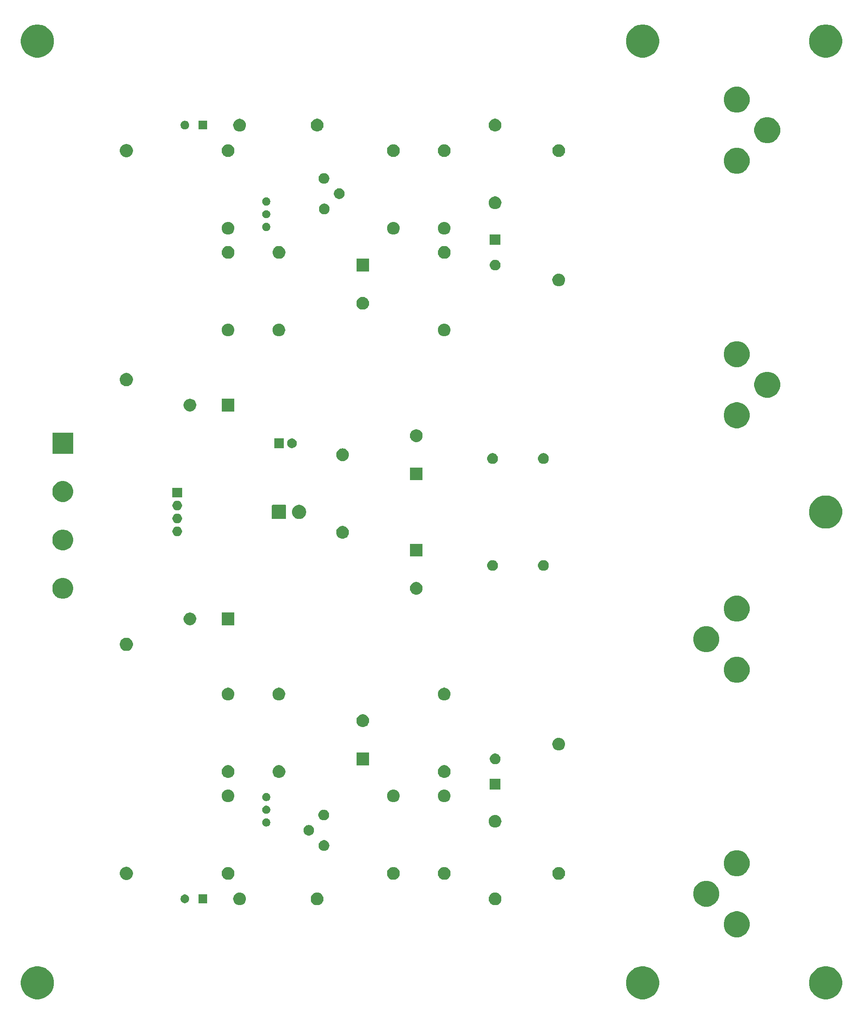
<source format=gbr>
G04 #@! TF.GenerationSoftware,KiCad,Pcbnew,(5.1.2)-2*
G04 #@! TF.CreationDate,2019-10-25T23:49:29+03:00*
G04 #@! TF.ProjectId,JLH,4a4c482e-6b69-4636-9164-5f7063625858,rev?*
G04 #@! TF.SameCoordinates,Original*
G04 #@! TF.FileFunction,Soldermask,Bot*
G04 #@! TF.FilePolarity,Negative*
%FSLAX46Y46*%
G04 Gerber Fmt 4.6, Leading zero omitted, Abs format (unit mm)*
G04 Created by KiCad (PCBNEW (5.1.2)-2) date 2019-10-25 23:49:29*
%MOMM*%
%LPD*%
G04 APERTURE LIST*
%ADD10C,0.100000*%
G04 APERTURE END LIST*
D10*
G36*
X28134239Y-215311467D02*
G01*
X28448282Y-215373934D01*
X29039926Y-215619001D01*
X29572392Y-215974784D01*
X30025216Y-216427608D01*
X30380999Y-216960074D01*
X30626066Y-217551718D01*
X30751000Y-218179804D01*
X30751000Y-218820196D01*
X30626066Y-219448282D01*
X30380999Y-220039926D01*
X30025216Y-220572392D01*
X29572392Y-221025216D01*
X29039926Y-221380999D01*
X28448282Y-221626066D01*
X28134239Y-221688533D01*
X27820197Y-221751000D01*
X27179803Y-221751000D01*
X26865761Y-221688533D01*
X26551718Y-221626066D01*
X25960074Y-221380999D01*
X25427608Y-221025216D01*
X24974784Y-220572392D01*
X24619001Y-220039926D01*
X24373934Y-219448282D01*
X24249000Y-218820196D01*
X24249000Y-218179804D01*
X24373934Y-217551718D01*
X24619001Y-216960074D01*
X24974784Y-216427608D01*
X25427608Y-215974784D01*
X25960074Y-215619001D01*
X26551718Y-215373934D01*
X26865761Y-215311467D01*
X27179803Y-215249000D01*
X27820197Y-215249000D01*
X28134239Y-215311467D01*
X28134239Y-215311467D01*
G37*
G36*
X147134239Y-215311467D02*
G01*
X147448282Y-215373934D01*
X148039926Y-215619001D01*
X148572392Y-215974784D01*
X149025216Y-216427608D01*
X149380999Y-216960074D01*
X149626066Y-217551718D01*
X149751000Y-218179804D01*
X149751000Y-218820196D01*
X149626066Y-219448282D01*
X149380999Y-220039926D01*
X149025216Y-220572392D01*
X148572392Y-221025216D01*
X148039926Y-221380999D01*
X147448282Y-221626066D01*
X147134239Y-221688533D01*
X146820197Y-221751000D01*
X146179803Y-221751000D01*
X145865761Y-221688533D01*
X145551718Y-221626066D01*
X144960074Y-221380999D01*
X144427608Y-221025216D01*
X143974784Y-220572392D01*
X143619001Y-220039926D01*
X143373934Y-219448282D01*
X143249000Y-218820196D01*
X143249000Y-218179804D01*
X143373934Y-217551718D01*
X143619001Y-216960074D01*
X143974784Y-216427608D01*
X144427608Y-215974784D01*
X144960074Y-215619001D01*
X145551718Y-215373934D01*
X145865761Y-215311467D01*
X146179803Y-215249000D01*
X146820197Y-215249000D01*
X147134239Y-215311467D01*
X147134239Y-215311467D01*
G37*
G36*
X183134239Y-215311467D02*
G01*
X183448282Y-215373934D01*
X184039926Y-215619001D01*
X184572392Y-215974784D01*
X185025216Y-216427608D01*
X185380999Y-216960074D01*
X185626066Y-217551718D01*
X185751000Y-218179804D01*
X185751000Y-218820196D01*
X185626066Y-219448282D01*
X185380999Y-220039926D01*
X185025216Y-220572392D01*
X184572392Y-221025216D01*
X184039926Y-221380999D01*
X183448282Y-221626066D01*
X183134239Y-221688533D01*
X182820197Y-221751000D01*
X182179803Y-221751000D01*
X181865761Y-221688533D01*
X181551718Y-221626066D01*
X180960074Y-221380999D01*
X180427608Y-221025216D01*
X179974784Y-220572392D01*
X179619001Y-220039926D01*
X179373934Y-219448282D01*
X179249000Y-218820196D01*
X179249000Y-218179804D01*
X179373934Y-217551718D01*
X179619001Y-216960074D01*
X179974784Y-216427608D01*
X180427608Y-215974784D01*
X180960074Y-215619001D01*
X181551718Y-215373934D01*
X181865761Y-215311467D01*
X182179803Y-215249000D01*
X182820197Y-215249000D01*
X183134239Y-215311467D01*
X183134239Y-215311467D01*
G37*
G36*
X165744098Y-204547033D02*
G01*
X166208350Y-204739332D01*
X166208352Y-204739333D01*
X166626168Y-205018509D01*
X166981491Y-205373832D01*
X167260667Y-205791648D01*
X167260668Y-205791650D01*
X167452967Y-206255902D01*
X167551000Y-206748747D01*
X167551000Y-207251253D01*
X167452967Y-207744098D01*
X167260668Y-208208350D01*
X167260667Y-208208352D01*
X166981491Y-208626168D01*
X166626168Y-208981491D01*
X166208352Y-209260667D01*
X166208351Y-209260668D01*
X166208350Y-209260668D01*
X165744098Y-209452967D01*
X165251253Y-209551000D01*
X164748747Y-209551000D01*
X164255902Y-209452967D01*
X163791650Y-209260668D01*
X163791649Y-209260668D01*
X163791648Y-209260667D01*
X163373832Y-208981491D01*
X163018509Y-208626168D01*
X162739333Y-208208352D01*
X162739332Y-208208350D01*
X162547033Y-207744098D01*
X162449000Y-207251253D01*
X162449000Y-206748747D01*
X162547033Y-206255902D01*
X162739332Y-205791650D01*
X162739333Y-205791648D01*
X163018509Y-205373832D01*
X163373832Y-205018509D01*
X163791648Y-204739333D01*
X163791650Y-204739332D01*
X164255902Y-204547033D01*
X164748747Y-204449000D01*
X165251253Y-204449000D01*
X165744098Y-204547033D01*
X165744098Y-204547033D01*
G37*
G36*
X159744098Y-198547033D02*
G01*
X160208350Y-198739332D01*
X160208352Y-198739333D01*
X160626168Y-199018509D01*
X160981491Y-199373832D01*
X161260667Y-199791648D01*
X161260668Y-199791650D01*
X161452967Y-200255902D01*
X161551000Y-200748747D01*
X161551000Y-201251253D01*
X161452967Y-201744098D01*
X161295933Y-202123213D01*
X161260667Y-202208352D01*
X160981491Y-202626168D01*
X160626168Y-202981491D01*
X160208352Y-203260667D01*
X160208351Y-203260668D01*
X160208350Y-203260668D01*
X159744098Y-203452967D01*
X159251253Y-203551000D01*
X158748747Y-203551000D01*
X158255902Y-203452967D01*
X157791650Y-203260668D01*
X157791649Y-203260668D01*
X157791648Y-203260667D01*
X157373832Y-202981491D01*
X157018509Y-202626168D01*
X156739333Y-202208352D01*
X156704067Y-202123213D01*
X156547033Y-201744098D01*
X156449000Y-201251253D01*
X156449000Y-200748747D01*
X156547033Y-200255902D01*
X156739332Y-199791650D01*
X156739333Y-199791648D01*
X157018509Y-199373832D01*
X157373832Y-199018509D01*
X157791648Y-198739333D01*
X157791650Y-198739332D01*
X158255902Y-198547033D01*
X158748747Y-198449000D01*
X159251253Y-198449000D01*
X159744098Y-198547033D01*
X159744098Y-198547033D01*
G37*
G36*
X82864903Y-200797075D02*
G01*
X82965236Y-200838634D01*
X83092571Y-200891378D01*
X83297466Y-201028285D01*
X83471715Y-201202534D01*
X83608622Y-201407429D01*
X83702925Y-201635097D01*
X83751000Y-201876787D01*
X83751000Y-202123213D01*
X83702925Y-202364903D01*
X83608622Y-202592571D01*
X83471715Y-202797466D01*
X83297466Y-202971715D01*
X83092571Y-203108622D01*
X83092570Y-203108623D01*
X83092569Y-203108623D01*
X82864903Y-203202925D01*
X82623214Y-203251000D01*
X82376786Y-203251000D01*
X82135097Y-203202925D01*
X81907431Y-203108623D01*
X81907430Y-203108623D01*
X81907429Y-203108622D01*
X81702534Y-202971715D01*
X81528285Y-202797466D01*
X81391378Y-202592571D01*
X81297075Y-202364903D01*
X81249000Y-202123213D01*
X81249000Y-201876787D01*
X81297075Y-201635097D01*
X81391378Y-201407429D01*
X81528285Y-201202534D01*
X81702534Y-201028285D01*
X81907429Y-200891378D01*
X82034765Y-200838634D01*
X82135097Y-200797075D01*
X82376786Y-200749000D01*
X82623214Y-200749000D01*
X82864903Y-200797075D01*
X82864903Y-200797075D01*
G37*
G36*
X67505239Y-200767101D02*
G01*
X67741053Y-200838634D01*
X67958381Y-200954799D01*
X68148871Y-201111129D01*
X68305201Y-201301619D01*
X68421366Y-201518947D01*
X68492899Y-201754761D01*
X68517053Y-202000000D01*
X68492899Y-202245239D01*
X68421366Y-202481053D01*
X68305201Y-202698381D01*
X68148871Y-202888871D01*
X67958381Y-203045201D01*
X67741053Y-203161366D01*
X67505239Y-203232899D01*
X67321457Y-203251000D01*
X67198543Y-203251000D01*
X67014761Y-203232899D01*
X66778947Y-203161366D01*
X66561619Y-203045201D01*
X66371129Y-202888871D01*
X66214799Y-202698381D01*
X66098634Y-202481053D01*
X66027101Y-202245239D01*
X66002947Y-202000000D01*
X66027101Y-201754761D01*
X66098634Y-201518947D01*
X66214799Y-201301619D01*
X66371129Y-201111129D01*
X66561619Y-200954799D01*
X66778947Y-200838634D01*
X67014761Y-200767101D01*
X67198543Y-200749000D01*
X67321457Y-200749000D01*
X67505239Y-200767101D01*
X67505239Y-200767101D01*
G37*
G36*
X117864903Y-200797075D02*
G01*
X117965236Y-200838634D01*
X118092571Y-200891378D01*
X118297466Y-201028285D01*
X118471715Y-201202534D01*
X118608622Y-201407429D01*
X118702925Y-201635097D01*
X118751000Y-201876787D01*
X118751000Y-202123213D01*
X118702925Y-202364903D01*
X118608622Y-202592571D01*
X118471715Y-202797466D01*
X118297466Y-202971715D01*
X118092571Y-203108622D01*
X118092570Y-203108623D01*
X118092569Y-203108623D01*
X117864903Y-203202925D01*
X117623214Y-203251000D01*
X117376786Y-203251000D01*
X117135097Y-203202925D01*
X116907431Y-203108623D01*
X116907430Y-203108623D01*
X116907429Y-203108622D01*
X116702534Y-202971715D01*
X116528285Y-202797466D01*
X116391378Y-202592571D01*
X116297075Y-202364903D01*
X116249000Y-202123213D01*
X116249000Y-201876787D01*
X116297075Y-201635097D01*
X116391378Y-201407429D01*
X116528285Y-201202534D01*
X116702534Y-201028285D01*
X116907429Y-200891378D01*
X117034765Y-200838634D01*
X117135097Y-200797075D01*
X117376786Y-200749000D01*
X117623214Y-200749000D01*
X117864903Y-200797075D01*
X117864903Y-200797075D01*
G37*
G36*
X56748228Y-201181703D02*
G01*
X56903100Y-201245853D01*
X57042481Y-201338985D01*
X57161015Y-201457519D01*
X57254147Y-201596900D01*
X57318297Y-201751772D01*
X57351000Y-201916184D01*
X57351000Y-202083816D01*
X57318297Y-202248228D01*
X57254147Y-202403100D01*
X57161015Y-202542481D01*
X57042481Y-202661015D01*
X56903100Y-202754147D01*
X56748228Y-202818297D01*
X56583816Y-202851000D01*
X56416184Y-202851000D01*
X56251772Y-202818297D01*
X56096900Y-202754147D01*
X55957519Y-202661015D01*
X55838985Y-202542481D01*
X55745853Y-202403100D01*
X55681703Y-202248228D01*
X55649000Y-202083816D01*
X55649000Y-201916184D01*
X55681703Y-201751772D01*
X55745853Y-201596900D01*
X55838985Y-201457519D01*
X55957519Y-201338985D01*
X56096900Y-201245853D01*
X56251772Y-201181703D01*
X56416184Y-201149000D01*
X56583816Y-201149000D01*
X56748228Y-201181703D01*
X56748228Y-201181703D01*
G37*
G36*
X60851000Y-202851000D02*
G01*
X59149000Y-202851000D01*
X59149000Y-201149000D01*
X60851000Y-201149000D01*
X60851000Y-202851000D01*
X60851000Y-202851000D01*
G37*
G36*
X45379487Y-195748996D02*
G01*
X45616253Y-195847068D01*
X45616255Y-195847069D01*
X45682568Y-195891378D01*
X45829339Y-195989447D01*
X46010553Y-196170661D01*
X46152932Y-196383747D01*
X46251004Y-196620513D01*
X46301000Y-196871861D01*
X46301000Y-197128139D01*
X46251004Y-197379487D01*
X46162742Y-197592569D01*
X46152931Y-197616255D01*
X46010553Y-197829339D01*
X45829339Y-198010553D01*
X45616255Y-198152931D01*
X45616254Y-198152932D01*
X45616253Y-198152932D01*
X45379487Y-198251004D01*
X45128139Y-198301000D01*
X44871861Y-198301000D01*
X44620513Y-198251004D01*
X44383747Y-198152932D01*
X44383746Y-198152932D01*
X44383745Y-198152931D01*
X44170661Y-198010553D01*
X43989447Y-197829339D01*
X43847069Y-197616255D01*
X43837258Y-197592569D01*
X43748996Y-197379487D01*
X43699000Y-197128139D01*
X43699000Y-196871861D01*
X43748996Y-196620513D01*
X43847068Y-196383747D01*
X43989447Y-196170661D01*
X44170661Y-195989447D01*
X44317432Y-195891378D01*
X44383745Y-195847069D01*
X44383747Y-195847068D01*
X44620513Y-195748996D01*
X44871861Y-195699000D01*
X45128139Y-195699000D01*
X45379487Y-195748996D01*
X45379487Y-195748996D01*
G37*
G36*
X65364903Y-195797075D02*
G01*
X65485600Y-195847069D01*
X65592571Y-195891378D01*
X65797466Y-196028285D01*
X65971715Y-196202534D01*
X66092798Y-196383747D01*
X66108623Y-196407431D01*
X66202925Y-196635097D01*
X66251000Y-196876787D01*
X66251000Y-197123213D01*
X66202925Y-197364903D01*
X66108622Y-197592571D01*
X65971715Y-197797466D01*
X65797466Y-197971715D01*
X65592571Y-198108622D01*
X65592570Y-198108623D01*
X65592569Y-198108623D01*
X65364903Y-198202925D01*
X65123214Y-198251000D01*
X64876786Y-198251000D01*
X64635097Y-198202925D01*
X64407431Y-198108623D01*
X64407430Y-198108623D01*
X64407429Y-198108622D01*
X64202534Y-197971715D01*
X64028285Y-197797466D01*
X63891378Y-197592571D01*
X63797075Y-197364903D01*
X63749000Y-197123213D01*
X63749000Y-196876787D01*
X63797075Y-196635097D01*
X63891377Y-196407431D01*
X63907202Y-196383747D01*
X64028285Y-196202534D01*
X64202534Y-196028285D01*
X64407429Y-195891378D01*
X64514401Y-195847069D01*
X64635097Y-195797075D01*
X64876786Y-195749000D01*
X65123214Y-195749000D01*
X65364903Y-195797075D01*
X65364903Y-195797075D01*
G37*
G36*
X107864903Y-195797075D02*
G01*
X107985600Y-195847069D01*
X108092571Y-195891378D01*
X108297466Y-196028285D01*
X108471715Y-196202534D01*
X108592798Y-196383747D01*
X108608623Y-196407431D01*
X108702925Y-196635097D01*
X108751000Y-196876787D01*
X108751000Y-197123213D01*
X108702925Y-197364903D01*
X108608622Y-197592571D01*
X108471715Y-197797466D01*
X108297466Y-197971715D01*
X108092571Y-198108622D01*
X108092570Y-198108623D01*
X108092569Y-198108623D01*
X107864903Y-198202925D01*
X107623214Y-198251000D01*
X107376786Y-198251000D01*
X107135097Y-198202925D01*
X106907431Y-198108623D01*
X106907430Y-198108623D01*
X106907429Y-198108622D01*
X106702534Y-197971715D01*
X106528285Y-197797466D01*
X106391378Y-197592571D01*
X106297075Y-197364903D01*
X106249000Y-197123213D01*
X106249000Y-196876787D01*
X106297075Y-196635097D01*
X106391377Y-196407431D01*
X106407202Y-196383747D01*
X106528285Y-196202534D01*
X106702534Y-196028285D01*
X106907429Y-195891378D01*
X107014401Y-195847069D01*
X107135097Y-195797075D01*
X107376786Y-195749000D01*
X107623214Y-195749000D01*
X107864903Y-195797075D01*
X107864903Y-195797075D01*
G37*
G36*
X97864903Y-195797075D02*
G01*
X97985600Y-195847069D01*
X98092571Y-195891378D01*
X98297466Y-196028285D01*
X98471715Y-196202534D01*
X98592798Y-196383747D01*
X98608623Y-196407431D01*
X98702925Y-196635097D01*
X98751000Y-196876787D01*
X98751000Y-197123213D01*
X98702925Y-197364903D01*
X98608622Y-197592571D01*
X98471715Y-197797466D01*
X98297466Y-197971715D01*
X98092571Y-198108622D01*
X98092570Y-198108623D01*
X98092569Y-198108623D01*
X97864903Y-198202925D01*
X97623214Y-198251000D01*
X97376786Y-198251000D01*
X97135097Y-198202925D01*
X96907431Y-198108623D01*
X96907430Y-198108623D01*
X96907429Y-198108622D01*
X96702534Y-197971715D01*
X96528285Y-197797466D01*
X96391378Y-197592571D01*
X96297075Y-197364903D01*
X96249000Y-197123213D01*
X96249000Y-196876787D01*
X96297075Y-196635097D01*
X96391377Y-196407431D01*
X96407202Y-196383747D01*
X96528285Y-196202534D01*
X96702534Y-196028285D01*
X96907429Y-195891378D01*
X97014401Y-195847069D01*
X97135097Y-195797075D01*
X97376786Y-195749000D01*
X97623214Y-195749000D01*
X97864903Y-195797075D01*
X97864903Y-195797075D01*
G37*
G36*
X130364903Y-195797075D02*
G01*
X130485600Y-195847069D01*
X130592571Y-195891378D01*
X130797466Y-196028285D01*
X130971715Y-196202534D01*
X131092798Y-196383747D01*
X131108623Y-196407431D01*
X131202925Y-196635097D01*
X131251000Y-196876787D01*
X131251000Y-197123213D01*
X131202925Y-197364903D01*
X131108622Y-197592571D01*
X130971715Y-197797466D01*
X130797466Y-197971715D01*
X130592571Y-198108622D01*
X130592570Y-198108623D01*
X130592569Y-198108623D01*
X130364903Y-198202925D01*
X130123214Y-198251000D01*
X129876786Y-198251000D01*
X129635097Y-198202925D01*
X129407431Y-198108623D01*
X129407430Y-198108623D01*
X129407429Y-198108622D01*
X129202534Y-197971715D01*
X129028285Y-197797466D01*
X128891378Y-197592571D01*
X128797075Y-197364903D01*
X128749000Y-197123213D01*
X128749000Y-196876787D01*
X128797075Y-196635097D01*
X128891377Y-196407431D01*
X128907202Y-196383747D01*
X129028285Y-196202534D01*
X129202534Y-196028285D01*
X129407429Y-195891378D01*
X129514401Y-195847069D01*
X129635097Y-195797075D01*
X129876786Y-195749000D01*
X130123214Y-195749000D01*
X130364903Y-195797075D01*
X130364903Y-195797075D01*
G37*
G36*
X165744098Y-192547033D02*
G01*
X166208350Y-192739332D01*
X166208352Y-192739333D01*
X166626168Y-193018509D01*
X166981491Y-193373832D01*
X167260667Y-193791648D01*
X167260668Y-193791650D01*
X167452967Y-194255902D01*
X167551000Y-194748747D01*
X167551000Y-195251253D01*
X167452967Y-195744098D01*
X167335253Y-196028285D01*
X167260667Y-196208352D01*
X166981491Y-196626168D01*
X166626168Y-196981491D01*
X166208352Y-197260667D01*
X166208351Y-197260668D01*
X166208350Y-197260668D01*
X165744098Y-197452967D01*
X165251253Y-197551000D01*
X164748747Y-197551000D01*
X164255902Y-197452967D01*
X163791650Y-197260668D01*
X163791649Y-197260668D01*
X163791648Y-197260667D01*
X163373832Y-196981491D01*
X163018509Y-196626168D01*
X162739333Y-196208352D01*
X162664747Y-196028285D01*
X162547033Y-195744098D01*
X162449000Y-195251253D01*
X162449000Y-194748747D01*
X162547033Y-194255902D01*
X162739332Y-193791650D01*
X162739333Y-193791648D01*
X163018509Y-193373832D01*
X163373832Y-193018509D01*
X163791648Y-192739333D01*
X163791650Y-192739332D01*
X164255902Y-192547033D01*
X164748747Y-192449000D01*
X165251253Y-192449000D01*
X165744098Y-192547033D01*
X165744098Y-192547033D01*
G37*
G36*
X84166564Y-190519389D02*
G01*
X84357833Y-190598615D01*
X84357835Y-190598616D01*
X84529973Y-190713635D01*
X84676365Y-190860027D01*
X84791385Y-191032167D01*
X84870611Y-191223436D01*
X84911000Y-191426484D01*
X84911000Y-191633516D01*
X84870611Y-191836564D01*
X84791385Y-192027833D01*
X84791384Y-192027835D01*
X84676365Y-192199973D01*
X84529973Y-192346365D01*
X84357835Y-192461384D01*
X84357834Y-192461385D01*
X84357833Y-192461385D01*
X84166564Y-192540611D01*
X83963516Y-192581000D01*
X83756484Y-192581000D01*
X83553436Y-192540611D01*
X83362167Y-192461385D01*
X83362166Y-192461385D01*
X83362165Y-192461384D01*
X83190027Y-192346365D01*
X83043635Y-192199973D01*
X82928616Y-192027835D01*
X82928615Y-192027833D01*
X82849389Y-191836564D01*
X82809000Y-191633516D01*
X82809000Y-191426484D01*
X82849389Y-191223436D01*
X82928615Y-191032167D01*
X83043635Y-190860027D01*
X83190027Y-190713635D01*
X83362165Y-190598616D01*
X83362167Y-190598615D01*
X83553436Y-190519389D01*
X83756484Y-190479000D01*
X83963516Y-190479000D01*
X84166564Y-190519389D01*
X84166564Y-190519389D01*
G37*
G36*
X81166564Y-187519389D02*
G01*
X81357833Y-187598615D01*
X81357835Y-187598616D01*
X81393098Y-187622178D01*
X81529973Y-187713635D01*
X81676365Y-187860027D01*
X81791385Y-188032167D01*
X81870611Y-188223436D01*
X81911000Y-188426484D01*
X81911000Y-188633516D01*
X81870611Y-188836564D01*
X81791385Y-189027833D01*
X81791384Y-189027835D01*
X81676365Y-189199973D01*
X81529973Y-189346365D01*
X81357835Y-189461384D01*
X81357834Y-189461385D01*
X81357833Y-189461385D01*
X81166564Y-189540611D01*
X80963516Y-189581000D01*
X80756484Y-189581000D01*
X80553436Y-189540611D01*
X80362167Y-189461385D01*
X80362166Y-189461385D01*
X80362165Y-189461384D01*
X80190027Y-189346365D01*
X80043635Y-189199973D01*
X79928616Y-189027835D01*
X79928615Y-189027833D01*
X79849389Y-188836564D01*
X79809000Y-188633516D01*
X79809000Y-188426484D01*
X79849389Y-188223436D01*
X79928615Y-188032167D01*
X80043635Y-187860027D01*
X80190027Y-187713635D01*
X80326902Y-187622178D01*
X80362165Y-187598616D01*
X80362167Y-187598615D01*
X80553436Y-187519389D01*
X80756484Y-187479000D01*
X80963516Y-187479000D01*
X81166564Y-187519389D01*
X81166564Y-187519389D01*
G37*
G36*
X117745239Y-185527101D02*
G01*
X117981053Y-185598634D01*
X118198381Y-185714799D01*
X118388871Y-185871129D01*
X118545201Y-186061619D01*
X118661366Y-186278947D01*
X118732899Y-186514761D01*
X118757053Y-186760000D01*
X118732899Y-187005239D01*
X118661366Y-187241053D01*
X118545201Y-187458381D01*
X118388871Y-187648871D01*
X118198381Y-187805201D01*
X117981053Y-187921366D01*
X117745239Y-187992899D01*
X117561457Y-188011000D01*
X117438543Y-188011000D01*
X117254761Y-187992899D01*
X117018947Y-187921366D01*
X116801619Y-187805201D01*
X116611129Y-187648871D01*
X116454799Y-187458381D01*
X116338634Y-187241053D01*
X116267101Y-187005239D01*
X116242947Y-186760000D01*
X116267101Y-186514761D01*
X116338634Y-186278947D01*
X116454799Y-186061619D01*
X116611129Y-185871129D01*
X116801619Y-185714799D01*
X117018947Y-185598634D01*
X117254761Y-185527101D01*
X117438543Y-185509000D01*
X117561457Y-185509000D01*
X117745239Y-185527101D01*
X117745239Y-185527101D01*
G37*
G36*
X72733642Y-186229781D02*
G01*
X72879414Y-186290162D01*
X72879416Y-186290163D01*
X73010608Y-186377822D01*
X73122178Y-186489392D01*
X73156401Y-186540611D01*
X73209838Y-186620586D01*
X73270219Y-186766358D01*
X73301000Y-186921107D01*
X73301000Y-187078893D01*
X73270219Y-187233642D01*
X73209838Y-187379414D01*
X73209837Y-187379416D01*
X73122178Y-187510608D01*
X73010608Y-187622178D01*
X72879416Y-187709837D01*
X72879415Y-187709838D01*
X72879414Y-187709838D01*
X72733642Y-187770219D01*
X72578893Y-187801000D01*
X72421107Y-187801000D01*
X72266358Y-187770219D01*
X72120586Y-187709838D01*
X72120585Y-187709838D01*
X72120584Y-187709837D01*
X71989392Y-187622178D01*
X71877822Y-187510608D01*
X71790163Y-187379416D01*
X71790162Y-187379414D01*
X71729781Y-187233642D01*
X71699000Y-187078893D01*
X71699000Y-186921107D01*
X71729781Y-186766358D01*
X71790162Y-186620586D01*
X71843599Y-186540611D01*
X71877822Y-186489392D01*
X71989392Y-186377822D01*
X72120584Y-186290163D01*
X72120586Y-186290162D01*
X72266358Y-186229781D01*
X72421107Y-186199000D01*
X72578893Y-186199000D01*
X72733642Y-186229781D01*
X72733642Y-186229781D01*
G37*
G36*
X84116564Y-184519389D02*
G01*
X84307833Y-184598615D01*
X84307835Y-184598616D01*
X84479973Y-184713635D01*
X84626365Y-184860027D01*
X84741385Y-185032167D01*
X84820611Y-185223436D01*
X84861000Y-185426484D01*
X84861000Y-185633516D01*
X84820611Y-185836564D01*
X84806293Y-185871130D01*
X84741384Y-186027835D01*
X84626365Y-186199973D01*
X84479973Y-186346365D01*
X84307835Y-186461384D01*
X84307834Y-186461385D01*
X84307833Y-186461385D01*
X84116564Y-186540611D01*
X83913516Y-186581000D01*
X83706484Y-186581000D01*
X83503436Y-186540611D01*
X83312167Y-186461385D01*
X83312166Y-186461385D01*
X83312165Y-186461384D01*
X83140027Y-186346365D01*
X82993635Y-186199973D01*
X82878616Y-186027835D01*
X82813707Y-185871130D01*
X82799389Y-185836564D01*
X82759000Y-185633516D01*
X82759000Y-185426484D01*
X82799389Y-185223436D01*
X82878615Y-185032167D01*
X82993635Y-184860027D01*
X83140027Y-184713635D01*
X83312165Y-184598616D01*
X83312167Y-184598615D01*
X83503436Y-184519389D01*
X83706484Y-184479000D01*
X83913516Y-184479000D01*
X84116564Y-184519389D01*
X84116564Y-184519389D01*
G37*
G36*
X72733642Y-183729781D02*
G01*
X72879414Y-183790162D01*
X72879416Y-183790163D01*
X73010608Y-183877822D01*
X73122178Y-183989392D01*
X73209837Y-184120584D01*
X73209838Y-184120586D01*
X73270219Y-184266358D01*
X73301000Y-184421107D01*
X73301000Y-184578893D01*
X73270219Y-184733642D01*
X73217868Y-184860027D01*
X73209837Y-184879416D01*
X73122178Y-185010608D01*
X73010608Y-185122178D01*
X72879416Y-185209837D01*
X72879415Y-185209838D01*
X72879414Y-185209838D01*
X72733642Y-185270219D01*
X72578893Y-185301000D01*
X72421107Y-185301000D01*
X72266358Y-185270219D01*
X72120586Y-185209838D01*
X72120585Y-185209838D01*
X72120584Y-185209837D01*
X71989392Y-185122178D01*
X71877822Y-185010608D01*
X71790163Y-184879416D01*
X71782132Y-184860027D01*
X71729781Y-184733642D01*
X71699000Y-184578893D01*
X71699000Y-184421107D01*
X71729781Y-184266358D01*
X71790162Y-184120586D01*
X71790163Y-184120584D01*
X71877822Y-183989392D01*
X71989392Y-183877822D01*
X72120584Y-183790163D01*
X72120586Y-183790162D01*
X72266358Y-183729781D01*
X72421107Y-183699000D01*
X72578893Y-183699000D01*
X72733642Y-183729781D01*
X72733642Y-183729781D01*
G37*
G36*
X97745239Y-180527101D02*
G01*
X97981053Y-180598634D01*
X98198381Y-180714799D01*
X98388871Y-180871129D01*
X98545201Y-181061619D01*
X98661366Y-181278947D01*
X98732899Y-181514761D01*
X98757053Y-181760000D01*
X98732899Y-182005239D01*
X98661366Y-182241053D01*
X98545201Y-182458381D01*
X98388871Y-182648871D01*
X98198381Y-182805201D01*
X97981053Y-182921366D01*
X97745239Y-182992899D01*
X97561457Y-183011000D01*
X97438543Y-183011000D01*
X97254761Y-182992899D01*
X97018947Y-182921366D01*
X96801619Y-182805201D01*
X96611129Y-182648871D01*
X96454799Y-182458381D01*
X96338634Y-182241053D01*
X96267101Y-182005239D01*
X96242947Y-181760000D01*
X96267101Y-181514761D01*
X96338634Y-181278947D01*
X96454799Y-181061619D01*
X96611129Y-180871129D01*
X96801619Y-180714799D01*
X97018947Y-180598634D01*
X97254761Y-180527101D01*
X97438543Y-180509000D01*
X97561457Y-180509000D01*
X97745239Y-180527101D01*
X97745239Y-180527101D01*
G37*
G36*
X107745239Y-180527101D02*
G01*
X107981053Y-180598634D01*
X108198381Y-180714799D01*
X108388871Y-180871129D01*
X108545201Y-181061619D01*
X108661366Y-181278947D01*
X108732899Y-181514761D01*
X108757053Y-181760000D01*
X108732899Y-182005239D01*
X108661366Y-182241053D01*
X108545201Y-182458381D01*
X108388871Y-182648871D01*
X108198381Y-182805201D01*
X107981053Y-182921366D01*
X107745239Y-182992899D01*
X107561457Y-183011000D01*
X107438543Y-183011000D01*
X107254761Y-182992899D01*
X107018947Y-182921366D01*
X106801619Y-182805201D01*
X106611129Y-182648871D01*
X106454799Y-182458381D01*
X106338634Y-182241053D01*
X106267101Y-182005239D01*
X106242947Y-181760000D01*
X106267101Y-181514761D01*
X106338634Y-181278947D01*
X106454799Y-181061619D01*
X106611129Y-180871129D01*
X106801619Y-180714799D01*
X107018947Y-180598634D01*
X107254761Y-180527101D01*
X107438543Y-180509000D01*
X107561457Y-180509000D01*
X107745239Y-180527101D01*
X107745239Y-180527101D01*
G37*
G36*
X65245239Y-180527101D02*
G01*
X65481053Y-180598634D01*
X65698381Y-180714799D01*
X65888871Y-180871129D01*
X66045201Y-181061619D01*
X66161366Y-181278947D01*
X66232899Y-181514761D01*
X66257053Y-181760000D01*
X66232899Y-182005239D01*
X66161366Y-182241053D01*
X66045201Y-182458381D01*
X65888871Y-182648871D01*
X65698381Y-182805201D01*
X65481053Y-182921366D01*
X65245239Y-182992899D01*
X65061457Y-183011000D01*
X64938543Y-183011000D01*
X64754761Y-182992899D01*
X64518947Y-182921366D01*
X64301619Y-182805201D01*
X64111129Y-182648871D01*
X63954799Y-182458381D01*
X63838634Y-182241053D01*
X63767101Y-182005239D01*
X63742947Y-181760000D01*
X63767101Y-181514761D01*
X63838634Y-181278947D01*
X63954799Y-181061619D01*
X64111129Y-180871129D01*
X64301619Y-180714799D01*
X64518947Y-180598634D01*
X64754761Y-180527101D01*
X64938543Y-180509000D01*
X65061457Y-180509000D01*
X65245239Y-180527101D01*
X65245239Y-180527101D01*
G37*
G36*
X72733642Y-181229781D02*
G01*
X72879414Y-181290162D01*
X72879416Y-181290163D01*
X73010608Y-181377822D01*
X73122178Y-181489392D01*
X73139130Y-181514763D01*
X73209838Y-181620586D01*
X73270219Y-181766358D01*
X73301000Y-181921107D01*
X73301000Y-182078893D01*
X73270219Y-182233642D01*
X73209838Y-182379414D01*
X73209837Y-182379416D01*
X73122178Y-182510608D01*
X73010608Y-182622178D01*
X72879416Y-182709837D01*
X72879415Y-182709838D01*
X72879414Y-182709838D01*
X72733642Y-182770219D01*
X72578893Y-182801000D01*
X72421107Y-182801000D01*
X72266358Y-182770219D01*
X72120586Y-182709838D01*
X72120585Y-182709838D01*
X72120584Y-182709837D01*
X71989392Y-182622178D01*
X71877822Y-182510608D01*
X71790163Y-182379416D01*
X71790162Y-182379414D01*
X71729781Y-182233642D01*
X71699000Y-182078893D01*
X71699000Y-181921107D01*
X71729781Y-181766358D01*
X71790162Y-181620586D01*
X71860870Y-181514763D01*
X71877822Y-181489392D01*
X71989392Y-181377822D01*
X72120584Y-181290163D01*
X72120586Y-181290162D01*
X72266358Y-181229781D01*
X72421107Y-181199000D01*
X72578893Y-181199000D01*
X72733642Y-181229781D01*
X72733642Y-181229781D01*
G37*
G36*
X118551000Y-180551000D02*
G01*
X116449000Y-180551000D01*
X116449000Y-178449000D01*
X118551000Y-178449000D01*
X118551000Y-180551000D01*
X118551000Y-180551000D01*
G37*
G36*
X107864903Y-175797075D02*
G01*
X108092571Y-175891378D01*
X108297466Y-176028285D01*
X108471715Y-176202534D01*
X108608622Y-176407429D01*
X108702925Y-176635097D01*
X108751000Y-176876787D01*
X108751000Y-177123213D01*
X108702925Y-177364903D01*
X108608622Y-177592571D01*
X108471715Y-177797466D01*
X108297466Y-177971715D01*
X108092571Y-178108622D01*
X108092570Y-178108623D01*
X108092569Y-178108623D01*
X107864903Y-178202925D01*
X107623214Y-178251000D01*
X107376786Y-178251000D01*
X107135097Y-178202925D01*
X106907431Y-178108623D01*
X106907430Y-178108623D01*
X106907429Y-178108622D01*
X106702534Y-177971715D01*
X106528285Y-177797466D01*
X106391378Y-177592571D01*
X106297075Y-177364903D01*
X106249000Y-177123213D01*
X106249000Y-176876787D01*
X106297075Y-176635097D01*
X106391378Y-176407429D01*
X106528285Y-176202534D01*
X106702534Y-176028285D01*
X106907429Y-175891378D01*
X107135097Y-175797075D01*
X107376786Y-175749000D01*
X107623214Y-175749000D01*
X107864903Y-175797075D01*
X107864903Y-175797075D01*
G37*
G36*
X65364903Y-175797075D02*
G01*
X65592571Y-175891378D01*
X65797466Y-176028285D01*
X65971715Y-176202534D01*
X66108622Y-176407429D01*
X66202925Y-176635097D01*
X66251000Y-176876787D01*
X66251000Y-177123213D01*
X66202925Y-177364903D01*
X66108622Y-177592571D01*
X65971715Y-177797466D01*
X65797466Y-177971715D01*
X65592571Y-178108622D01*
X65592570Y-178108623D01*
X65592569Y-178108623D01*
X65364903Y-178202925D01*
X65123214Y-178251000D01*
X64876786Y-178251000D01*
X64635097Y-178202925D01*
X64407431Y-178108623D01*
X64407430Y-178108623D01*
X64407429Y-178108622D01*
X64202534Y-177971715D01*
X64028285Y-177797466D01*
X63891378Y-177592571D01*
X63797075Y-177364903D01*
X63749000Y-177123213D01*
X63749000Y-176876787D01*
X63797075Y-176635097D01*
X63891378Y-176407429D01*
X64028285Y-176202534D01*
X64202534Y-176028285D01*
X64407429Y-175891378D01*
X64635097Y-175797075D01*
X64876786Y-175749000D01*
X65123214Y-175749000D01*
X65364903Y-175797075D01*
X65364903Y-175797075D01*
G37*
G36*
X75364903Y-175797075D02*
G01*
X75592571Y-175891378D01*
X75797466Y-176028285D01*
X75971715Y-176202534D01*
X76108622Y-176407429D01*
X76202925Y-176635097D01*
X76251000Y-176876787D01*
X76251000Y-177123213D01*
X76202925Y-177364903D01*
X76108622Y-177592571D01*
X75971715Y-177797466D01*
X75797466Y-177971715D01*
X75592571Y-178108622D01*
X75592570Y-178108623D01*
X75592569Y-178108623D01*
X75364903Y-178202925D01*
X75123214Y-178251000D01*
X74876786Y-178251000D01*
X74635097Y-178202925D01*
X74407431Y-178108623D01*
X74407430Y-178108623D01*
X74407429Y-178108622D01*
X74202534Y-177971715D01*
X74028285Y-177797466D01*
X73891378Y-177592571D01*
X73797075Y-177364903D01*
X73749000Y-177123213D01*
X73749000Y-176876787D01*
X73797075Y-176635097D01*
X73891378Y-176407429D01*
X74028285Y-176202534D01*
X74202534Y-176028285D01*
X74407429Y-175891378D01*
X74635097Y-175797075D01*
X74876786Y-175749000D01*
X75123214Y-175749000D01*
X75364903Y-175797075D01*
X75364903Y-175797075D01*
G37*
G36*
X92731000Y-175751000D02*
G01*
X90229000Y-175751000D01*
X90229000Y-173249000D01*
X92731000Y-173249000D01*
X92731000Y-175751000D01*
X92731000Y-175751000D01*
G37*
G36*
X117806564Y-173489389D02*
G01*
X117997833Y-173568615D01*
X117997835Y-173568616D01*
X118169973Y-173683635D01*
X118316365Y-173830027D01*
X118431385Y-174002167D01*
X118510611Y-174193436D01*
X118551000Y-174396484D01*
X118551000Y-174603516D01*
X118510611Y-174806564D01*
X118431385Y-174997833D01*
X118431384Y-174997835D01*
X118316365Y-175169973D01*
X118169973Y-175316365D01*
X117997835Y-175431384D01*
X117997834Y-175431385D01*
X117997833Y-175431385D01*
X117806564Y-175510611D01*
X117603516Y-175551000D01*
X117396484Y-175551000D01*
X117193436Y-175510611D01*
X117002167Y-175431385D01*
X117002166Y-175431385D01*
X117002165Y-175431384D01*
X116830027Y-175316365D01*
X116683635Y-175169973D01*
X116568616Y-174997835D01*
X116568615Y-174997833D01*
X116489389Y-174806564D01*
X116449000Y-174603516D01*
X116449000Y-174396484D01*
X116489389Y-174193436D01*
X116568615Y-174002167D01*
X116683635Y-173830027D01*
X116830027Y-173683635D01*
X117002165Y-173568616D01*
X117002167Y-173568615D01*
X117193436Y-173489389D01*
X117396484Y-173449000D01*
X117603516Y-173449000D01*
X117806564Y-173489389D01*
X117806564Y-173489389D01*
G37*
G36*
X130245239Y-170367101D02*
G01*
X130481053Y-170438634D01*
X130698381Y-170554799D01*
X130888871Y-170711129D01*
X131045201Y-170901619D01*
X131161366Y-171118947D01*
X131232899Y-171354761D01*
X131257053Y-171600000D01*
X131232899Y-171845239D01*
X131161366Y-172081053D01*
X131045201Y-172298381D01*
X130888871Y-172488871D01*
X130698381Y-172645201D01*
X130481053Y-172761366D01*
X130245239Y-172832899D01*
X130061457Y-172851000D01*
X129938543Y-172851000D01*
X129754761Y-172832899D01*
X129518947Y-172761366D01*
X129301619Y-172645201D01*
X129111129Y-172488871D01*
X128954799Y-172298381D01*
X128838634Y-172081053D01*
X128767101Y-171845239D01*
X128742947Y-171600000D01*
X128767101Y-171354761D01*
X128838634Y-171118947D01*
X128954799Y-170901619D01*
X129111129Y-170711129D01*
X129301619Y-170554799D01*
X129518947Y-170438634D01*
X129754761Y-170367101D01*
X129938543Y-170349000D01*
X130061457Y-170349000D01*
X130245239Y-170367101D01*
X130245239Y-170367101D01*
G37*
G36*
X91844903Y-165797075D02*
G01*
X92072571Y-165891378D01*
X92277466Y-166028285D01*
X92451715Y-166202534D01*
X92588622Y-166407429D01*
X92682925Y-166635097D01*
X92731000Y-166876787D01*
X92731000Y-167123213D01*
X92682925Y-167364903D01*
X92588622Y-167592571D01*
X92451715Y-167797466D01*
X92277466Y-167971715D01*
X92072571Y-168108622D01*
X92072570Y-168108623D01*
X92072569Y-168108623D01*
X91844903Y-168202925D01*
X91603214Y-168251000D01*
X91356786Y-168251000D01*
X91115097Y-168202925D01*
X90887431Y-168108623D01*
X90887430Y-168108623D01*
X90887429Y-168108622D01*
X90682534Y-167971715D01*
X90508285Y-167797466D01*
X90371378Y-167592571D01*
X90277075Y-167364903D01*
X90229000Y-167123213D01*
X90229000Y-166876787D01*
X90277075Y-166635097D01*
X90371378Y-166407429D01*
X90508285Y-166202534D01*
X90682534Y-166028285D01*
X90887429Y-165891378D01*
X91115097Y-165797075D01*
X91356786Y-165749000D01*
X91603214Y-165749000D01*
X91844903Y-165797075D01*
X91844903Y-165797075D01*
G37*
G36*
X107745239Y-160527101D02*
G01*
X107981053Y-160598634D01*
X108198381Y-160714799D01*
X108388871Y-160871129D01*
X108545201Y-161061619D01*
X108661366Y-161278947D01*
X108732899Y-161514761D01*
X108757053Y-161760000D01*
X108732899Y-162005239D01*
X108661366Y-162241053D01*
X108545201Y-162458381D01*
X108388871Y-162648871D01*
X108198381Y-162805201D01*
X107981053Y-162921366D01*
X107745239Y-162992899D01*
X107561457Y-163011000D01*
X107438543Y-163011000D01*
X107254761Y-162992899D01*
X107018947Y-162921366D01*
X106801619Y-162805201D01*
X106611129Y-162648871D01*
X106454799Y-162458381D01*
X106338634Y-162241053D01*
X106267101Y-162005239D01*
X106242947Y-161760000D01*
X106267101Y-161514761D01*
X106338634Y-161278947D01*
X106454799Y-161061619D01*
X106611129Y-160871129D01*
X106801619Y-160714799D01*
X107018947Y-160598634D01*
X107254761Y-160527101D01*
X107438543Y-160509000D01*
X107561457Y-160509000D01*
X107745239Y-160527101D01*
X107745239Y-160527101D01*
G37*
G36*
X75245239Y-160527101D02*
G01*
X75481053Y-160598634D01*
X75698381Y-160714799D01*
X75888871Y-160871129D01*
X76045201Y-161061619D01*
X76161366Y-161278947D01*
X76232899Y-161514761D01*
X76257053Y-161760000D01*
X76232899Y-162005239D01*
X76161366Y-162241053D01*
X76045201Y-162458381D01*
X75888871Y-162648871D01*
X75698381Y-162805201D01*
X75481053Y-162921366D01*
X75245239Y-162992899D01*
X75061457Y-163011000D01*
X74938543Y-163011000D01*
X74754761Y-162992899D01*
X74518947Y-162921366D01*
X74301619Y-162805201D01*
X74111129Y-162648871D01*
X73954799Y-162458381D01*
X73838634Y-162241053D01*
X73767101Y-162005239D01*
X73742947Y-161760000D01*
X73767101Y-161514761D01*
X73838634Y-161278947D01*
X73954799Y-161061619D01*
X74111129Y-160871129D01*
X74301619Y-160714799D01*
X74518947Y-160598634D01*
X74754761Y-160527101D01*
X74938543Y-160509000D01*
X75061457Y-160509000D01*
X75245239Y-160527101D01*
X75245239Y-160527101D01*
G37*
G36*
X65245239Y-160527101D02*
G01*
X65481053Y-160598634D01*
X65698381Y-160714799D01*
X65888871Y-160871129D01*
X66045201Y-161061619D01*
X66161366Y-161278947D01*
X66232899Y-161514761D01*
X66257053Y-161760000D01*
X66232899Y-162005239D01*
X66161366Y-162241053D01*
X66045201Y-162458381D01*
X65888871Y-162648871D01*
X65698381Y-162805201D01*
X65481053Y-162921366D01*
X65245239Y-162992899D01*
X65061457Y-163011000D01*
X64938543Y-163011000D01*
X64754761Y-162992899D01*
X64518947Y-162921366D01*
X64301619Y-162805201D01*
X64111129Y-162648871D01*
X63954799Y-162458381D01*
X63838634Y-162241053D01*
X63767101Y-162005239D01*
X63742947Y-161760000D01*
X63767101Y-161514761D01*
X63838634Y-161278947D01*
X63954799Y-161061619D01*
X64111129Y-160871129D01*
X64301619Y-160714799D01*
X64518947Y-160598634D01*
X64754761Y-160527101D01*
X64938543Y-160509000D01*
X65061457Y-160509000D01*
X65245239Y-160527101D01*
X65245239Y-160527101D01*
G37*
G36*
X165744098Y-154547033D02*
G01*
X166208350Y-154739332D01*
X166208352Y-154739333D01*
X166626168Y-155018509D01*
X166981491Y-155373832D01*
X167260667Y-155791648D01*
X167260668Y-155791650D01*
X167452967Y-156255902D01*
X167551000Y-156748747D01*
X167551000Y-157251253D01*
X167452967Y-157744098D01*
X167260668Y-158208350D01*
X167260667Y-158208352D01*
X166981491Y-158626168D01*
X166626168Y-158981491D01*
X166208352Y-159260667D01*
X166208351Y-159260668D01*
X166208350Y-159260668D01*
X165744098Y-159452967D01*
X165251253Y-159551000D01*
X164748747Y-159551000D01*
X164255902Y-159452967D01*
X163791650Y-159260668D01*
X163791649Y-159260668D01*
X163791648Y-159260667D01*
X163373832Y-158981491D01*
X163018509Y-158626168D01*
X162739333Y-158208352D01*
X162739332Y-158208350D01*
X162547033Y-157744098D01*
X162449000Y-157251253D01*
X162449000Y-156748747D01*
X162547033Y-156255902D01*
X162739332Y-155791650D01*
X162739333Y-155791648D01*
X163018509Y-155373832D01*
X163373832Y-155018509D01*
X163791648Y-154739333D01*
X163791650Y-154739332D01*
X164255902Y-154547033D01*
X164748747Y-154449000D01*
X165251253Y-154449000D01*
X165744098Y-154547033D01*
X165744098Y-154547033D01*
G37*
G36*
X159744098Y-148547033D02*
G01*
X160208350Y-148739332D01*
X160208352Y-148739333D01*
X160626168Y-149018509D01*
X160981491Y-149373832D01*
X161260667Y-149791648D01*
X161260668Y-149791650D01*
X161452967Y-150255902D01*
X161551000Y-150748747D01*
X161551000Y-151251253D01*
X161452967Y-151744098D01*
X161400045Y-151871863D01*
X161260667Y-152208352D01*
X160981491Y-152626168D01*
X160626168Y-152981491D01*
X160208352Y-153260667D01*
X160208351Y-153260668D01*
X160208350Y-153260668D01*
X159744098Y-153452967D01*
X159251253Y-153551000D01*
X158748747Y-153551000D01*
X158255902Y-153452967D01*
X157791650Y-153260668D01*
X157791649Y-153260668D01*
X157791648Y-153260667D01*
X157373832Y-152981491D01*
X157018509Y-152626168D01*
X156739333Y-152208352D01*
X156599955Y-151871863D01*
X156547033Y-151744098D01*
X156449000Y-151251253D01*
X156449000Y-150748747D01*
X156547033Y-150255902D01*
X156739332Y-149791650D01*
X156739333Y-149791648D01*
X157018509Y-149373832D01*
X157373832Y-149018509D01*
X157791648Y-148739333D01*
X157791650Y-148739332D01*
X158255902Y-148547033D01*
X158748747Y-148449000D01*
X159251253Y-148449000D01*
X159744098Y-148547033D01*
X159744098Y-148547033D01*
G37*
G36*
X45379487Y-150748996D02*
G01*
X45616253Y-150847068D01*
X45616255Y-150847069D01*
X45829339Y-150989447D01*
X46010553Y-151170661D01*
X46152932Y-151383747D01*
X46251004Y-151620513D01*
X46301000Y-151871861D01*
X46301000Y-152128139D01*
X46251004Y-152379487D01*
X46152932Y-152616253D01*
X46152931Y-152616255D01*
X46010553Y-152829339D01*
X45829339Y-153010553D01*
X45616255Y-153152931D01*
X45616254Y-153152932D01*
X45616253Y-153152932D01*
X45379487Y-153251004D01*
X45128139Y-153301000D01*
X44871861Y-153301000D01*
X44620513Y-153251004D01*
X44383747Y-153152932D01*
X44383746Y-153152932D01*
X44383745Y-153152931D01*
X44170661Y-153010553D01*
X43989447Y-152829339D01*
X43847069Y-152616255D01*
X43847068Y-152616253D01*
X43748996Y-152379487D01*
X43699000Y-152128139D01*
X43699000Y-151871861D01*
X43748996Y-151620513D01*
X43847068Y-151383747D01*
X43989447Y-151170661D01*
X44170661Y-150989447D01*
X44383745Y-150847069D01*
X44383747Y-150847068D01*
X44620513Y-150748996D01*
X44871861Y-150699000D01*
X45128139Y-150699000D01*
X45379487Y-150748996D01*
X45379487Y-150748996D01*
G37*
G36*
X57864903Y-145797075D02*
G01*
X58092571Y-145891378D01*
X58297466Y-146028285D01*
X58471715Y-146202534D01*
X58471716Y-146202536D01*
X58608623Y-146407431D01*
X58702925Y-146635097D01*
X58751000Y-146876787D01*
X58751000Y-147123213D01*
X58702925Y-147364903D01*
X58608622Y-147592571D01*
X58471715Y-147797466D01*
X58297466Y-147971715D01*
X58092571Y-148108622D01*
X58092570Y-148108623D01*
X58092569Y-148108623D01*
X57864903Y-148202925D01*
X57623214Y-148251000D01*
X57376786Y-148251000D01*
X57135097Y-148202925D01*
X56907431Y-148108623D01*
X56907430Y-148108623D01*
X56907429Y-148108622D01*
X56702534Y-147971715D01*
X56528285Y-147797466D01*
X56391378Y-147592571D01*
X56297075Y-147364903D01*
X56249000Y-147123213D01*
X56249000Y-146876787D01*
X56297075Y-146635097D01*
X56391377Y-146407431D01*
X56528284Y-146202536D01*
X56528285Y-146202534D01*
X56702534Y-146028285D01*
X56907429Y-145891378D01*
X57135097Y-145797075D01*
X57376786Y-145749000D01*
X57623214Y-145749000D01*
X57864903Y-145797075D01*
X57864903Y-145797075D01*
G37*
G36*
X66251000Y-148251000D02*
G01*
X63749000Y-148251000D01*
X63749000Y-145749000D01*
X66251000Y-145749000D01*
X66251000Y-148251000D01*
X66251000Y-148251000D01*
G37*
G36*
X165744098Y-142547033D02*
G01*
X166208350Y-142739332D01*
X166208352Y-142739333D01*
X166626168Y-143018509D01*
X166981491Y-143373832D01*
X167260667Y-143791648D01*
X167260668Y-143791650D01*
X167452967Y-144255902D01*
X167551000Y-144748747D01*
X167551000Y-145251253D01*
X167452967Y-145744098D01*
X167335253Y-146028285D01*
X167260667Y-146208352D01*
X166981491Y-146626168D01*
X166626168Y-146981491D01*
X166208352Y-147260667D01*
X166208351Y-147260668D01*
X166208350Y-147260668D01*
X165744098Y-147452967D01*
X165251253Y-147551000D01*
X164748747Y-147551000D01*
X164255902Y-147452967D01*
X163791650Y-147260668D01*
X163791649Y-147260668D01*
X163791648Y-147260667D01*
X163373832Y-146981491D01*
X163018509Y-146626168D01*
X162739333Y-146208352D01*
X162664747Y-146028285D01*
X162547033Y-145744098D01*
X162449000Y-145251253D01*
X162449000Y-144748747D01*
X162547033Y-144255902D01*
X162739332Y-143791650D01*
X162739333Y-143791648D01*
X163018509Y-143373832D01*
X163373832Y-143018509D01*
X163791648Y-142739333D01*
X163791650Y-142739332D01*
X164255902Y-142547033D01*
X164748747Y-142449000D01*
X165251253Y-142449000D01*
X165744098Y-142547033D01*
X165744098Y-142547033D01*
G37*
G36*
X33098254Y-139027818D02*
G01*
X33471511Y-139182426D01*
X33471513Y-139182427D01*
X33807436Y-139406884D01*
X34093116Y-139692564D01*
X34225960Y-139891378D01*
X34317574Y-140028489D01*
X34472182Y-140401746D01*
X34551000Y-140797993D01*
X34551000Y-141202007D01*
X34472182Y-141598254D01*
X34317574Y-141971511D01*
X34317573Y-141971513D01*
X34093116Y-142307436D01*
X33807436Y-142593116D01*
X33471513Y-142817573D01*
X33471512Y-142817574D01*
X33471511Y-142817574D01*
X33098254Y-142972182D01*
X32702007Y-143051000D01*
X32297993Y-143051000D01*
X31901746Y-142972182D01*
X31528489Y-142817574D01*
X31528488Y-142817574D01*
X31528487Y-142817573D01*
X31192564Y-142593116D01*
X30906884Y-142307436D01*
X30682427Y-141971513D01*
X30682426Y-141971511D01*
X30527818Y-141598254D01*
X30449000Y-141202007D01*
X30449000Y-140797993D01*
X30527818Y-140401746D01*
X30682426Y-140028489D01*
X30774041Y-139891378D01*
X30906884Y-139692564D01*
X31192564Y-139406884D01*
X31528487Y-139182427D01*
X31528489Y-139182426D01*
X31901746Y-139027818D01*
X32297993Y-138949000D01*
X32702007Y-138949000D01*
X33098254Y-139027818D01*
X33098254Y-139027818D01*
G37*
G36*
X102364903Y-139797075D02*
G01*
X102592571Y-139891378D01*
X102797466Y-140028285D01*
X102971715Y-140202534D01*
X103108622Y-140407429D01*
X103202925Y-140635097D01*
X103251000Y-140876787D01*
X103251000Y-141123213D01*
X103202925Y-141364903D01*
X103108622Y-141592571D01*
X102971715Y-141797466D01*
X102797466Y-141971715D01*
X102592571Y-142108622D01*
X102592570Y-142108623D01*
X102592569Y-142108623D01*
X102364903Y-142202925D01*
X102123214Y-142251000D01*
X101876786Y-142251000D01*
X101635097Y-142202925D01*
X101407431Y-142108623D01*
X101407430Y-142108623D01*
X101407429Y-142108622D01*
X101202534Y-141971715D01*
X101028285Y-141797466D01*
X100891378Y-141592571D01*
X100797075Y-141364903D01*
X100749000Y-141123213D01*
X100749000Y-140876787D01*
X100797075Y-140635097D01*
X100891378Y-140407429D01*
X101028285Y-140202534D01*
X101202534Y-140028285D01*
X101407429Y-139891378D01*
X101635097Y-139797075D01*
X101876786Y-139749000D01*
X102123214Y-139749000D01*
X102364903Y-139797075D01*
X102364903Y-139797075D01*
G37*
G36*
X127306564Y-135489389D02*
G01*
X127497833Y-135568615D01*
X127497835Y-135568616D01*
X127669973Y-135683635D01*
X127816365Y-135830027D01*
X127931385Y-136002167D01*
X128010611Y-136193436D01*
X128051000Y-136396484D01*
X128051000Y-136603516D01*
X128010611Y-136806564D01*
X127931385Y-136997833D01*
X127931384Y-136997835D01*
X127816365Y-137169973D01*
X127669973Y-137316365D01*
X127497835Y-137431384D01*
X127497834Y-137431385D01*
X127497833Y-137431385D01*
X127306564Y-137510611D01*
X127103516Y-137551000D01*
X126896484Y-137551000D01*
X126693436Y-137510611D01*
X126502167Y-137431385D01*
X126502166Y-137431385D01*
X126502165Y-137431384D01*
X126330027Y-137316365D01*
X126183635Y-137169973D01*
X126068616Y-136997835D01*
X126068615Y-136997833D01*
X125989389Y-136806564D01*
X125949000Y-136603516D01*
X125949000Y-136396484D01*
X125989389Y-136193436D01*
X126068615Y-136002167D01*
X126183635Y-135830027D01*
X126330027Y-135683635D01*
X126502165Y-135568616D01*
X126502167Y-135568615D01*
X126693436Y-135489389D01*
X126896484Y-135449000D01*
X127103516Y-135449000D01*
X127306564Y-135489389D01*
X127306564Y-135489389D01*
G37*
G36*
X117306564Y-135489389D02*
G01*
X117497833Y-135568615D01*
X117497835Y-135568616D01*
X117669973Y-135683635D01*
X117816365Y-135830027D01*
X117931385Y-136002167D01*
X118010611Y-136193436D01*
X118051000Y-136396484D01*
X118051000Y-136603516D01*
X118010611Y-136806564D01*
X117931385Y-136997833D01*
X117931384Y-136997835D01*
X117816365Y-137169973D01*
X117669973Y-137316365D01*
X117497835Y-137431384D01*
X117497834Y-137431385D01*
X117497833Y-137431385D01*
X117306564Y-137510611D01*
X117103516Y-137551000D01*
X116896484Y-137551000D01*
X116693436Y-137510611D01*
X116502167Y-137431385D01*
X116502166Y-137431385D01*
X116502165Y-137431384D01*
X116330027Y-137316365D01*
X116183635Y-137169973D01*
X116068616Y-136997835D01*
X116068615Y-136997833D01*
X115989389Y-136806564D01*
X115949000Y-136603516D01*
X115949000Y-136396484D01*
X115989389Y-136193436D01*
X116068615Y-136002167D01*
X116183635Y-135830027D01*
X116330027Y-135683635D01*
X116502165Y-135568616D01*
X116502167Y-135568615D01*
X116693436Y-135489389D01*
X116896484Y-135449000D01*
X117103516Y-135449000D01*
X117306564Y-135489389D01*
X117306564Y-135489389D01*
G37*
G36*
X103251000Y-134751000D02*
G01*
X100749000Y-134751000D01*
X100749000Y-132249000D01*
X103251000Y-132249000D01*
X103251000Y-134751000D01*
X103251000Y-134751000D01*
G37*
G36*
X33098254Y-129527818D02*
G01*
X33471511Y-129682426D01*
X33471513Y-129682427D01*
X33762391Y-129876786D01*
X33807436Y-129906884D01*
X34093116Y-130192564D01*
X34317574Y-130528489D01*
X34472182Y-130901746D01*
X34551000Y-131297993D01*
X34551000Y-131702007D01*
X34472182Y-132098254D01*
X34409741Y-132249000D01*
X34317573Y-132471513D01*
X34093116Y-132807436D01*
X33807436Y-133093116D01*
X33471513Y-133317573D01*
X33471512Y-133317574D01*
X33471511Y-133317574D01*
X33098254Y-133472182D01*
X32702007Y-133551000D01*
X32297993Y-133551000D01*
X31901746Y-133472182D01*
X31528489Y-133317574D01*
X31528488Y-133317574D01*
X31528487Y-133317573D01*
X31192564Y-133093116D01*
X30906884Y-132807436D01*
X30682427Y-132471513D01*
X30590259Y-132249000D01*
X30527818Y-132098254D01*
X30449000Y-131702007D01*
X30449000Y-131297993D01*
X30527818Y-130901746D01*
X30682426Y-130528489D01*
X30906884Y-130192564D01*
X31192564Y-129906884D01*
X31237609Y-129876786D01*
X31528487Y-129682427D01*
X31528489Y-129682426D01*
X31901746Y-129527818D01*
X32297993Y-129449000D01*
X32702007Y-129449000D01*
X33098254Y-129527818D01*
X33098254Y-129527818D01*
G37*
G36*
X87864903Y-128797075D02*
G01*
X88014404Y-128859000D01*
X88092571Y-128891378D01*
X88297466Y-129028285D01*
X88471715Y-129202534D01*
X88576619Y-129359534D01*
X88608623Y-129407431D01*
X88702925Y-129635097D01*
X88751000Y-129876786D01*
X88751000Y-130123214D01*
X88702925Y-130364903D01*
X88635167Y-130528487D01*
X88608622Y-130592571D01*
X88471715Y-130797466D01*
X88297466Y-130971715D01*
X88092571Y-131108622D01*
X88092570Y-131108623D01*
X88092569Y-131108623D01*
X87864903Y-131202925D01*
X87623214Y-131251000D01*
X87376786Y-131251000D01*
X87135097Y-131202925D01*
X86907431Y-131108623D01*
X86907430Y-131108623D01*
X86907429Y-131108622D01*
X86702534Y-130971715D01*
X86528285Y-130797466D01*
X86391378Y-130592571D01*
X86364834Y-130528487D01*
X86297075Y-130364903D01*
X86249000Y-130123214D01*
X86249000Y-129876786D01*
X86297075Y-129635097D01*
X86391377Y-129407431D01*
X86423381Y-129359534D01*
X86528285Y-129202534D01*
X86702534Y-129028285D01*
X86907429Y-128891378D01*
X86985597Y-128859000D01*
X87135097Y-128797075D01*
X87376786Y-128749000D01*
X87623214Y-128749000D01*
X87864903Y-128797075D01*
X87864903Y-128797075D01*
G37*
G36*
X55277395Y-128895546D02*
G01*
X55450466Y-128967234D01*
X55450467Y-128967235D01*
X55606227Y-129071310D01*
X55738690Y-129203773D01*
X55738691Y-129203775D01*
X55842766Y-129359534D01*
X55914454Y-129532605D01*
X55951000Y-129716333D01*
X55951000Y-129903667D01*
X55914454Y-130087395D01*
X55842766Y-130260466D01*
X55842765Y-130260467D01*
X55738690Y-130416227D01*
X55606227Y-130548690D01*
X55540557Y-130592569D01*
X55450466Y-130652766D01*
X55277395Y-130724454D01*
X55093667Y-130761000D01*
X54906333Y-130761000D01*
X54722605Y-130724454D01*
X54549534Y-130652766D01*
X54459443Y-130592569D01*
X54393773Y-130548690D01*
X54261310Y-130416227D01*
X54157235Y-130260467D01*
X54157234Y-130260466D01*
X54085546Y-130087395D01*
X54049000Y-129903667D01*
X54049000Y-129716333D01*
X54085546Y-129532605D01*
X54157234Y-129359534D01*
X54261309Y-129203775D01*
X54261310Y-129203773D01*
X54393773Y-129071310D01*
X54549533Y-128967235D01*
X54549534Y-128967234D01*
X54722605Y-128895546D01*
X54906333Y-128859000D01*
X55093667Y-128859000D01*
X55277395Y-128895546D01*
X55277395Y-128895546D01*
G37*
G36*
X183134239Y-122811467D02*
G01*
X183448282Y-122873934D01*
X184039926Y-123119001D01*
X184321938Y-123307436D01*
X184572391Y-123474783D01*
X185025217Y-123927609D01*
X185095986Y-124033523D01*
X185380999Y-124460074D01*
X185626066Y-125051718D01*
X185651676Y-125180467D01*
X185751000Y-125679803D01*
X185751000Y-126320197D01*
X185743968Y-126355547D01*
X185626066Y-126948282D01*
X185380999Y-127539926D01*
X185156291Y-127876225D01*
X185067781Y-128008690D01*
X185025216Y-128072392D01*
X184572392Y-128525216D01*
X184039926Y-128880999D01*
X183448282Y-129126066D01*
X183134239Y-129188533D01*
X182820197Y-129251000D01*
X182179803Y-129251000D01*
X181865761Y-129188533D01*
X181551718Y-129126066D01*
X180960074Y-128880999D01*
X180427608Y-128525216D01*
X179974784Y-128072392D01*
X179932220Y-128008690D01*
X179843709Y-127876225D01*
X179619001Y-127539926D01*
X179373934Y-126948282D01*
X179256032Y-126355547D01*
X179249000Y-126320197D01*
X179249000Y-125679803D01*
X179348324Y-125180467D01*
X179373934Y-125051718D01*
X179619001Y-124460074D01*
X179904014Y-124033523D01*
X179974783Y-123927609D01*
X180427609Y-123474783D01*
X180678062Y-123307436D01*
X180960074Y-123119001D01*
X181551718Y-122873934D01*
X181865761Y-122811467D01*
X182179803Y-122749000D01*
X182820197Y-122749000D01*
X183134239Y-122811467D01*
X183134239Y-122811467D01*
G37*
G36*
X55277395Y-126355546D02*
G01*
X55450466Y-126427234D01*
X55450467Y-126427235D01*
X55606227Y-126531310D01*
X55738690Y-126663773D01*
X55738691Y-126663775D01*
X55842766Y-126819534D01*
X55914454Y-126992605D01*
X55951000Y-127176333D01*
X55951000Y-127363667D01*
X55914454Y-127547395D01*
X55842766Y-127720466D01*
X55842765Y-127720467D01*
X55738690Y-127876227D01*
X55606227Y-128008690D01*
X55527818Y-128061081D01*
X55450466Y-128112766D01*
X55277395Y-128184454D01*
X55093667Y-128221000D01*
X54906333Y-128221000D01*
X54722605Y-128184454D01*
X54549534Y-128112766D01*
X54472182Y-128061081D01*
X54393773Y-128008690D01*
X54261310Y-127876227D01*
X54157235Y-127720467D01*
X54157234Y-127720466D01*
X54085546Y-127547395D01*
X54049000Y-127363667D01*
X54049000Y-127176333D01*
X54085546Y-126992605D01*
X54157234Y-126819534D01*
X54261309Y-126663775D01*
X54261310Y-126663773D01*
X54393773Y-126531310D01*
X54549533Y-126427235D01*
X54549534Y-126427234D01*
X54722605Y-126355546D01*
X54906333Y-126319000D01*
X55093667Y-126319000D01*
X55277395Y-126355546D01*
X55277395Y-126355546D01*
G37*
G36*
X76274031Y-124602621D02*
G01*
X76303486Y-124611556D01*
X76330623Y-124626062D01*
X76354414Y-124645586D01*
X76373938Y-124669377D01*
X76388444Y-124696514D01*
X76397379Y-124725969D01*
X76401000Y-124762734D01*
X76401000Y-127237266D01*
X76397379Y-127274031D01*
X76388444Y-127303486D01*
X76373938Y-127330623D01*
X76354414Y-127354414D01*
X76330623Y-127373938D01*
X76303486Y-127388444D01*
X76274031Y-127397379D01*
X76237266Y-127401000D01*
X73762734Y-127401000D01*
X73725969Y-127397379D01*
X73696514Y-127388444D01*
X73669377Y-127373938D01*
X73645586Y-127354414D01*
X73626062Y-127330623D01*
X73611556Y-127303486D01*
X73602621Y-127274031D01*
X73599000Y-127237266D01*
X73599000Y-124762734D01*
X73602621Y-124725969D01*
X73611556Y-124696514D01*
X73626062Y-124669377D01*
X73645586Y-124645586D01*
X73669377Y-124626062D01*
X73696514Y-124611556D01*
X73725969Y-124602621D01*
X73762734Y-124599000D01*
X76237266Y-124599000D01*
X76274031Y-124602621D01*
X76274031Y-124602621D01*
G37*
G36*
X79234038Y-124626062D02*
G01*
X79368657Y-124652839D01*
X79474097Y-124696514D01*
X79623621Y-124758449D01*
X79697525Y-124807830D01*
X79853086Y-124911772D01*
X80048228Y-125106914D01*
X80097374Y-125180467D01*
X80201551Y-125336379D01*
X80256356Y-125468690D01*
X80307161Y-125591343D01*
X80361000Y-125862014D01*
X80361000Y-126137986D01*
X80307161Y-126408657D01*
X80263415Y-126514267D01*
X80201551Y-126663621D01*
X80201550Y-126663622D01*
X80048228Y-126893086D01*
X79853086Y-127088228D01*
X79773276Y-127141555D01*
X79623621Y-127241551D01*
X79545207Y-127274031D01*
X79368657Y-127347161D01*
X79285674Y-127363667D01*
X79097988Y-127401000D01*
X78822012Y-127401000D01*
X78634326Y-127363667D01*
X78551343Y-127347161D01*
X78374793Y-127274031D01*
X78296379Y-127241551D01*
X78146724Y-127141555D01*
X78066914Y-127088228D01*
X77871772Y-126893086D01*
X77718450Y-126663622D01*
X77718449Y-126663621D01*
X77656585Y-126514267D01*
X77612839Y-126408657D01*
X77559000Y-126137986D01*
X77559000Y-125862014D01*
X77612839Y-125591343D01*
X77663644Y-125468690D01*
X77718449Y-125336379D01*
X77822626Y-125180467D01*
X77871772Y-125106914D01*
X78066914Y-124911772D01*
X78222475Y-124807830D01*
X78296379Y-124758449D01*
X78445903Y-124696514D01*
X78551343Y-124652839D01*
X78685962Y-124626062D01*
X78822012Y-124599000D01*
X79097988Y-124599000D01*
X79234038Y-124626062D01*
X79234038Y-124626062D01*
G37*
G36*
X55277395Y-123815546D02*
G01*
X55450466Y-123887234D01*
X55450467Y-123887235D01*
X55606227Y-123991310D01*
X55738690Y-124123773D01*
X55738691Y-124123775D01*
X55842766Y-124279534D01*
X55914454Y-124452605D01*
X55951000Y-124636333D01*
X55951000Y-124823667D01*
X55914454Y-125007395D01*
X55842766Y-125180466D01*
X55842765Y-125180467D01*
X55738690Y-125336227D01*
X55606227Y-125468690D01*
X55527818Y-125521081D01*
X55450466Y-125572766D01*
X55277395Y-125644454D01*
X55093667Y-125681000D01*
X54906333Y-125681000D01*
X54722605Y-125644454D01*
X54549534Y-125572766D01*
X54472182Y-125521081D01*
X54393773Y-125468690D01*
X54261310Y-125336227D01*
X54157235Y-125180467D01*
X54157234Y-125180466D01*
X54085546Y-125007395D01*
X54049000Y-124823667D01*
X54049000Y-124636333D01*
X54085546Y-124452605D01*
X54157234Y-124279534D01*
X54261309Y-124123775D01*
X54261310Y-124123773D01*
X54393773Y-123991310D01*
X54549533Y-123887235D01*
X54549534Y-123887234D01*
X54722605Y-123815546D01*
X54906333Y-123779000D01*
X55093667Y-123779000D01*
X55277395Y-123815546D01*
X55277395Y-123815546D01*
G37*
G36*
X33098254Y-120027818D02*
G01*
X33471511Y-120182426D01*
X33471513Y-120182427D01*
X33807436Y-120406884D01*
X34093116Y-120692564D01*
X34317574Y-121028489D01*
X34472182Y-121401746D01*
X34551000Y-121797993D01*
X34551000Y-122202007D01*
X34472182Y-122598254D01*
X34317574Y-122971511D01*
X34317573Y-122971513D01*
X34093116Y-123307436D01*
X33807436Y-123593116D01*
X33471513Y-123817573D01*
X33471512Y-123817574D01*
X33471511Y-123817574D01*
X33098254Y-123972182D01*
X32702007Y-124051000D01*
X32297993Y-124051000D01*
X31901746Y-123972182D01*
X31528489Y-123817574D01*
X31528488Y-123817574D01*
X31528487Y-123817573D01*
X31192564Y-123593116D01*
X30906884Y-123307436D01*
X30682427Y-122971513D01*
X30682426Y-122971511D01*
X30527818Y-122598254D01*
X30449000Y-122202007D01*
X30449000Y-121797993D01*
X30527818Y-121401746D01*
X30682426Y-121028489D01*
X30906884Y-120692564D01*
X31192564Y-120406884D01*
X31528487Y-120182427D01*
X31528489Y-120182426D01*
X31901746Y-120027818D01*
X32297993Y-119949000D01*
X32702007Y-119949000D01*
X33098254Y-120027818D01*
X33098254Y-120027818D01*
G37*
G36*
X55951000Y-123141000D02*
G01*
X54049000Y-123141000D01*
X54049000Y-121239000D01*
X55951000Y-121239000D01*
X55951000Y-123141000D01*
X55951000Y-123141000D01*
G37*
G36*
X103251000Y-119751000D02*
G01*
X100749000Y-119751000D01*
X100749000Y-117249000D01*
X103251000Y-117249000D01*
X103251000Y-119751000D01*
X103251000Y-119751000D01*
G37*
G36*
X117306564Y-114489389D02*
G01*
X117497833Y-114568615D01*
X117497835Y-114568616D01*
X117669973Y-114683635D01*
X117816365Y-114830027D01*
X117931385Y-115002167D01*
X118010611Y-115193436D01*
X118051000Y-115396484D01*
X118051000Y-115603516D01*
X118010611Y-115806564D01*
X117933429Y-115992899D01*
X117931384Y-115997835D01*
X117816365Y-116169973D01*
X117669973Y-116316365D01*
X117497835Y-116431384D01*
X117497834Y-116431385D01*
X117497833Y-116431385D01*
X117306564Y-116510611D01*
X117103516Y-116551000D01*
X116896484Y-116551000D01*
X116693436Y-116510611D01*
X116502167Y-116431385D01*
X116502166Y-116431385D01*
X116502165Y-116431384D01*
X116330027Y-116316365D01*
X116183635Y-116169973D01*
X116068616Y-115997835D01*
X116066571Y-115992899D01*
X115989389Y-115806564D01*
X115949000Y-115603516D01*
X115949000Y-115396484D01*
X115989389Y-115193436D01*
X116068615Y-115002167D01*
X116183635Y-114830027D01*
X116330027Y-114683635D01*
X116502165Y-114568616D01*
X116502167Y-114568615D01*
X116693436Y-114489389D01*
X116896484Y-114449000D01*
X117103516Y-114449000D01*
X117306564Y-114489389D01*
X117306564Y-114489389D01*
G37*
G36*
X127306564Y-114489389D02*
G01*
X127497833Y-114568615D01*
X127497835Y-114568616D01*
X127669973Y-114683635D01*
X127816365Y-114830027D01*
X127931385Y-115002167D01*
X128010611Y-115193436D01*
X128051000Y-115396484D01*
X128051000Y-115603516D01*
X128010611Y-115806564D01*
X127933429Y-115992899D01*
X127931384Y-115997835D01*
X127816365Y-116169973D01*
X127669973Y-116316365D01*
X127497835Y-116431384D01*
X127497834Y-116431385D01*
X127497833Y-116431385D01*
X127306564Y-116510611D01*
X127103516Y-116551000D01*
X126896484Y-116551000D01*
X126693436Y-116510611D01*
X126502167Y-116431385D01*
X126502166Y-116431385D01*
X126502165Y-116431384D01*
X126330027Y-116316365D01*
X126183635Y-116169973D01*
X126068616Y-115997835D01*
X126066571Y-115992899D01*
X125989389Y-115806564D01*
X125949000Y-115603516D01*
X125949000Y-115396484D01*
X125989389Y-115193436D01*
X126068615Y-115002167D01*
X126183635Y-114830027D01*
X126330027Y-114683635D01*
X126502165Y-114568616D01*
X126502167Y-114568615D01*
X126693436Y-114489389D01*
X126896484Y-114449000D01*
X127103516Y-114449000D01*
X127306564Y-114489389D01*
X127306564Y-114489389D01*
G37*
G36*
X87745239Y-113527101D02*
G01*
X87981053Y-113598634D01*
X88198381Y-113714799D01*
X88388871Y-113871129D01*
X88545201Y-114061619D01*
X88661366Y-114278947D01*
X88732899Y-114514761D01*
X88757053Y-114760000D01*
X88732899Y-115005239D01*
X88661366Y-115241053D01*
X88545201Y-115458381D01*
X88388871Y-115648871D01*
X88198381Y-115805201D01*
X87981053Y-115921366D01*
X87745239Y-115992899D01*
X87561457Y-116011000D01*
X87438543Y-116011000D01*
X87254761Y-115992899D01*
X87018947Y-115921366D01*
X86801619Y-115805201D01*
X86611129Y-115648871D01*
X86454799Y-115458381D01*
X86338634Y-115241053D01*
X86267101Y-115005239D01*
X86242947Y-114760000D01*
X86267101Y-114514761D01*
X86338634Y-114278947D01*
X86454799Y-114061619D01*
X86611129Y-113871129D01*
X86801619Y-113714799D01*
X87018947Y-113598634D01*
X87254761Y-113527101D01*
X87438543Y-113509000D01*
X87561457Y-113509000D01*
X87745239Y-113527101D01*
X87745239Y-113527101D01*
G37*
G36*
X34551000Y-114551000D02*
G01*
X30449000Y-114551000D01*
X30449000Y-110449000D01*
X34551000Y-110449000D01*
X34551000Y-114551000D01*
X34551000Y-114551000D01*
G37*
G36*
X77817395Y-111585546D02*
G01*
X77990466Y-111657234D01*
X77990467Y-111657235D01*
X78146227Y-111761310D01*
X78278690Y-111893773D01*
X78278691Y-111893775D01*
X78382766Y-112049534D01*
X78454454Y-112222605D01*
X78491000Y-112406333D01*
X78491000Y-112593667D01*
X78454454Y-112777395D01*
X78382766Y-112950466D01*
X78382765Y-112950467D01*
X78278690Y-113106227D01*
X78146227Y-113238690D01*
X78067818Y-113291081D01*
X77990466Y-113342766D01*
X77817395Y-113414454D01*
X77633667Y-113451000D01*
X77446333Y-113451000D01*
X77262605Y-113414454D01*
X77089534Y-113342766D01*
X77012182Y-113291081D01*
X76933773Y-113238690D01*
X76801310Y-113106227D01*
X76697235Y-112950467D01*
X76697234Y-112950466D01*
X76625546Y-112777395D01*
X76589000Y-112593667D01*
X76589000Y-112406333D01*
X76625546Y-112222605D01*
X76697234Y-112049534D01*
X76801309Y-111893775D01*
X76801310Y-111893773D01*
X76933773Y-111761310D01*
X77089533Y-111657235D01*
X77089534Y-111657234D01*
X77262605Y-111585546D01*
X77446333Y-111549000D01*
X77633667Y-111549000D01*
X77817395Y-111585546D01*
X77817395Y-111585546D01*
G37*
G36*
X75951000Y-113451000D02*
G01*
X74049000Y-113451000D01*
X74049000Y-111549000D01*
X75951000Y-111549000D01*
X75951000Y-113451000D01*
X75951000Y-113451000D01*
G37*
G36*
X102364903Y-109797075D02*
G01*
X102592571Y-109891378D01*
X102797466Y-110028285D01*
X102971715Y-110202534D01*
X102971716Y-110202536D01*
X103108623Y-110407431D01*
X103202925Y-110635097D01*
X103251000Y-110876786D01*
X103251000Y-111123214D01*
X103202925Y-111364903D01*
X103111532Y-111585547D01*
X103108622Y-111592571D01*
X102971715Y-111797466D01*
X102797466Y-111971715D01*
X102592571Y-112108622D01*
X102592570Y-112108623D01*
X102592569Y-112108623D01*
X102364903Y-112202925D01*
X102123214Y-112251000D01*
X101876786Y-112251000D01*
X101635097Y-112202925D01*
X101407431Y-112108623D01*
X101407430Y-112108623D01*
X101407429Y-112108622D01*
X101202534Y-111971715D01*
X101028285Y-111797466D01*
X100891378Y-111592571D01*
X100888469Y-111585547D01*
X100797075Y-111364903D01*
X100749000Y-111123214D01*
X100749000Y-110876786D01*
X100797075Y-110635097D01*
X100891377Y-110407431D01*
X101028284Y-110202536D01*
X101028285Y-110202534D01*
X101202534Y-110028285D01*
X101407429Y-109891378D01*
X101635097Y-109797075D01*
X101876786Y-109749000D01*
X102123214Y-109749000D01*
X102364903Y-109797075D01*
X102364903Y-109797075D01*
G37*
G36*
X165744098Y-104547033D02*
G01*
X166208350Y-104739332D01*
X166208352Y-104739333D01*
X166626168Y-105018509D01*
X166981491Y-105373832D01*
X167260667Y-105791648D01*
X167260668Y-105791650D01*
X167452967Y-106255902D01*
X167551000Y-106748747D01*
X167551000Y-107251253D01*
X167452967Y-107744098D01*
X167260668Y-108208350D01*
X167260667Y-108208352D01*
X166981491Y-108626168D01*
X166626168Y-108981491D01*
X166208352Y-109260667D01*
X166208351Y-109260668D01*
X166208350Y-109260668D01*
X165744098Y-109452967D01*
X165251253Y-109551000D01*
X164748747Y-109551000D01*
X164255902Y-109452967D01*
X163791650Y-109260668D01*
X163791649Y-109260668D01*
X163791648Y-109260667D01*
X163373832Y-108981491D01*
X163018509Y-108626168D01*
X162739333Y-108208352D01*
X162739332Y-108208350D01*
X162547033Y-107744098D01*
X162449000Y-107251253D01*
X162449000Y-106748747D01*
X162547033Y-106255902D01*
X162739332Y-105791650D01*
X162739333Y-105791648D01*
X163018509Y-105373832D01*
X163373832Y-105018509D01*
X163791648Y-104739333D01*
X163791650Y-104739332D01*
X164255902Y-104547033D01*
X164748747Y-104449000D01*
X165251253Y-104449000D01*
X165744098Y-104547033D01*
X165744098Y-104547033D01*
G37*
G36*
X66251000Y-106251000D02*
G01*
X63749000Y-106251000D01*
X63749000Y-103749000D01*
X66251000Y-103749000D01*
X66251000Y-106251000D01*
X66251000Y-106251000D01*
G37*
G36*
X57864903Y-103797075D02*
G01*
X58092571Y-103891378D01*
X58297466Y-104028285D01*
X58471715Y-104202534D01*
X58471716Y-104202536D01*
X58608623Y-104407431D01*
X58702925Y-104635097D01*
X58751000Y-104876786D01*
X58751000Y-105123214D01*
X58702925Y-105364903D01*
X58699227Y-105373832D01*
X58608622Y-105592571D01*
X58471715Y-105797466D01*
X58297466Y-105971715D01*
X58092571Y-106108622D01*
X58092570Y-106108623D01*
X58092569Y-106108623D01*
X57864903Y-106202925D01*
X57623214Y-106251000D01*
X57376786Y-106251000D01*
X57135097Y-106202925D01*
X56907431Y-106108623D01*
X56907430Y-106108623D01*
X56907429Y-106108622D01*
X56702534Y-105971715D01*
X56528285Y-105797466D01*
X56391378Y-105592571D01*
X56300774Y-105373832D01*
X56297075Y-105364903D01*
X56249000Y-105123214D01*
X56249000Y-104876786D01*
X56297075Y-104635097D01*
X56391377Y-104407431D01*
X56528284Y-104202536D01*
X56528285Y-104202534D01*
X56702534Y-104028285D01*
X56907429Y-103891378D01*
X57135097Y-103797075D01*
X57376786Y-103749000D01*
X57623214Y-103749000D01*
X57864903Y-103797075D01*
X57864903Y-103797075D01*
G37*
G36*
X171744098Y-98547033D02*
G01*
X172208350Y-98739332D01*
X172208352Y-98739333D01*
X172626168Y-99018509D01*
X172981491Y-99373832D01*
X173146317Y-99620512D01*
X173260668Y-99791650D01*
X173452967Y-100255902D01*
X173551000Y-100748747D01*
X173551000Y-101251253D01*
X173452967Y-101744098D01*
X173260668Y-102208350D01*
X173260667Y-102208352D01*
X172981491Y-102626168D01*
X172626168Y-102981491D01*
X172208352Y-103260667D01*
X172208351Y-103260668D01*
X172208350Y-103260668D01*
X171744098Y-103452967D01*
X171251253Y-103551000D01*
X170748747Y-103551000D01*
X170255902Y-103452967D01*
X169791650Y-103260668D01*
X169791649Y-103260668D01*
X169791648Y-103260667D01*
X169373832Y-102981491D01*
X169018509Y-102626168D01*
X168739333Y-102208352D01*
X168739332Y-102208350D01*
X168547033Y-101744098D01*
X168449000Y-101251253D01*
X168449000Y-100748747D01*
X168547033Y-100255902D01*
X168739332Y-99791650D01*
X168853683Y-99620512D01*
X169018509Y-99373832D01*
X169373832Y-99018509D01*
X169791648Y-98739333D01*
X169791650Y-98739332D01*
X170255902Y-98547033D01*
X170748747Y-98449000D01*
X171251253Y-98449000D01*
X171744098Y-98547033D01*
X171744098Y-98547033D01*
G37*
G36*
X45379487Y-98748996D02*
G01*
X45616253Y-98847068D01*
X45616255Y-98847069D01*
X45829339Y-98989447D01*
X46010553Y-99170661D01*
X46152932Y-99383747D01*
X46251004Y-99620513D01*
X46301000Y-99871861D01*
X46301000Y-100128139D01*
X46251004Y-100379487D01*
X46152932Y-100616253D01*
X46152931Y-100616255D01*
X46010553Y-100829339D01*
X45829339Y-101010553D01*
X45616255Y-101152931D01*
X45616254Y-101152932D01*
X45616253Y-101152932D01*
X45379487Y-101251004D01*
X45128139Y-101301000D01*
X44871861Y-101301000D01*
X44620513Y-101251004D01*
X44383747Y-101152932D01*
X44383746Y-101152932D01*
X44383745Y-101152931D01*
X44170661Y-101010553D01*
X43989447Y-100829339D01*
X43847069Y-100616255D01*
X43847068Y-100616253D01*
X43748996Y-100379487D01*
X43699000Y-100128139D01*
X43699000Y-99871861D01*
X43748996Y-99620513D01*
X43847068Y-99383747D01*
X43989447Y-99170661D01*
X44170661Y-98989447D01*
X44383745Y-98847069D01*
X44383747Y-98847068D01*
X44620513Y-98748996D01*
X44871861Y-98699000D01*
X45128139Y-98699000D01*
X45379487Y-98748996D01*
X45379487Y-98748996D01*
G37*
G36*
X165744098Y-92547033D02*
G01*
X166208350Y-92739332D01*
X166208352Y-92739333D01*
X166626168Y-93018509D01*
X166981491Y-93373832D01*
X167260667Y-93791648D01*
X167260668Y-93791650D01*
X167452967Y-94255902D01*
X167551000Y-94748747D01*
X167551000Y-95251253D01*
X167452967Y-95744098D01*
X167260668Y-96208350D01*
X167260667Y-96208352D01*
X166981491Y-96626168D01*
X166626168Y-96981491D01*
X166208352Y-97260667D01*
X166208351Y-97260668D01*
X166208350Y-97260668D01*
X165744098Y-97452967D01*
X165251253Y-97551000D01*
X164748747Y-97551000D01*
X164255902Y-97452967D01*
X163791650Y-97260668D01*
X163791649Y-97260668D01*
X163791648Y-97260667D01*
X163373832Y-96981491D01*
X163018509Y-96626168D01*
X162739333Y-96208352D01*
X162739332Y-96208350D01*
X162547033Y-95744098D01*
X162449000Y-95251253D01*
X162449000Y-94748747D01*
X162547033Y-94255902D01*
X162739332Y-93791650D01*
X162739333Y-93791648D01*
X163018509Y-93373832D01*
X163373832Y-93018509D01*
X163791648Y-92739333D01*
X163791650Y-92739332D01*
X164255902Y-92547033D01*
X164748747Y-92449000D01*
X165251253Y-92449000D01*
X165744098Y-92547033D01*
X165744098Y-92547033D01*
G37*
G36*
X107745239Y-89007101D02*
G01*
X107981053Y-89078634D01*
X108198381Y-89194799D01*
X108388871Y-89351129D01*
X108545201Y-89541619D01*
X108661366Y-89758947D01*
X108732899Y-89994761D01*
X108757053Y-90240000D01*
X108732899Y-90485239D01*
X108661366Y-90721053D01*
X108545201Y-90938381D01*
X108388871Y-91128871D01*
X108198381Y-91285201D01*
X107981053Y-91401366D01*
X107745239Y-91472899D01*
X107561457Y-91491000D01*
X107438543Y-91491000D01*
X107254761Y-91472899D01*
X107018947Y-91401366D01*
X106801619Y-91285201D01*
X106611129Y-91128871D01*
X106454799Y-90938381D01*
X106338634Y-90721053D01*
X106267101Y-90485239D01*
X106242947Y-90240000D01*
X106267101Y-89994761D01*
X106338634Y-89758947D01*
X106454799Y-89541619D01*
X106611129Y-89351129D01*
X106801619Y-89194799D01*
X107018947Y-89078634D01*
X107254761Y-89007101D01*
X107438543Y-88989000D01*
X107561457Y-88989000D01*
X107745239Y-89007101D01*
X107745239Y-89007101D01*
G37*
G36*
X65245239Y-89007101D02*
G01*
X65481053Y-89078634D01*
X65698381Y-89194799D01*
X65888871Y-89351129D01*
X66045201Y-89541619D01*
X66161366Y-89758947D01*
X66232899Y-89994761D01*
X66257053Y-90240000D01*
X66232899Y-90485239D01*
X66161366Y-90721053D01*
X66045201Y-90938381D01*
X65888871Y-91128871D01*
X65698381Y-91285201D01*
X65481053Y-91401366D01*
X65245239Y-91472899D01*
X65061457Y-91491000D01*
X64938543Y-91491000D01*
X64754761Y-91472899D01*
X64518947Y-91401366D01*
X64301619Y-91285201D01*
X64111129Y-91128871D01*
X63954799Y-90938381D01*
X63838634Y-90721053D01*
X63767101Y-90485239D01*
X63742947Y-90240000D01*
X63767101Y-89994761D01*
X63838634Y-89758947D01*
X63954799Y-89541619D01*
X64111129Y-89351129D01*
X64301619Y-89194799D01*
X64518947Y-89078634D01*
X64754761Y-89007101D01*
X64938543Y-88989000D01*
X65061457Y-88989000D01*
X65245239Y-89007101D01*
X65245239Y-89007101D01*
G37*
G36*
X75245239Y-89007101D02*
G01*
X75481053Y-89078634D01*
X75698381Y-89194799D01*
X75888871Y-89351129D01*
X76045201Y-89541619D01*
X76161366Y-89758947D01*
X76232899Y-89994761D01*
X76257053Y-90240000D01*
X76232899Y-90485239D01*
X76161366Y-90721053D01*
X76045201Y-90938381D01*
X75888871Y-91128871D01*
X75698381Y-91285201D01*
X75481053Y-91401366D01*
X75245239Y-91472899D01*
X75061457Y-91491000D01*
X74938543Y-91491000D01*
X74754761Y-91472899D01*
X74518947Y-91401366D01*
X74301619Y-91285201D01*
X74111129Y-91128871D01*
X73954799Y-90938381D01*
X73838634Y-90721053D01*
X73767101Y-90485239D01*
X73742947Y-90240000D01*
X73767101Y-89994761D01*
X73838634Y-89758947D01*
X73954799Y-89541619D01*
X74111129Y-89351129D01*
X74301619Y-89194799D01*
X74518947Y-89078634D01*
X74754761Y-89007101D01*
X74938543Y-88989000D01*
X75061457Y-88989000D01*
X75245239Y-89007101D01*
X75245239Y-89007101D01*
G37*
G36*
X91844903Y-83797075D02*
G01*
X92072571Y-83891378D01*
X92277466Y-84028285D01*
X92451715Y-84202534D01*
X92588622Y-84407429D01*
X92682925Y-84635097D01*
X92731000Y-84876787D01*
X92731000Y-85123213D01*
X92682925Y-85364903D01*
X92588622Y-85592571D01*
X92451715Y-85797466D01*
X92277466Y-85971715D01*
X92072571Y-86108622D01*
X92072570Y-86108623D01*
X92072569Y-86108623D01*
X91844903Y-86202925D01*
X91603214Y-86251000D01*
X91356786Y-86251000D01*
X91115097Y-86202925D01*
X90887431Y-86108623D01*
X90887430Y-86108623D01*
X90887429Y-86108622D01*
X90682534Y-85971715D01*
X90508285Y-85797466D01*
X90371378Y-85592571D01*
X90277075Y-85364903D01*
X90229000Y-85123213D01*
X90229000Y-84876787D01*
X90277075Y-84635097D01*
X90371378Y-84407429D01*
X90508285Y-84202534D01*
X90682534Y-84028285D01*
X90887429Y-83891378D01*
X91115097Y-83797075D01*
X91356786Y-83749000D01*
X91603214Y-83749000D01*
X91844903Y-83797075D01*
X91844903Y-83797075D01*
G37*
G36*
X130245239Y-79167101D02*
G01*
X130481053Y-79238634D01*
X130698381Y-79354799D01*
X130888871Y-79511129D01*
X131045201Y-79701619D01*
X131161366Y-79918947D01*
X131232899Y-80154761D01*
X131257053Y-80400000D01*
X131232899Y-80645239D01*
X131161366Y-80881053D01*
X131045201Y-81098381D01*
X130888871Y-81288871D01*
X130698381Y-81445201D01*
X130481053Y-81561366D01*
X130245239Y-81632899D01*
X130061457Y-81651000D01*
X129938543Y-81651000D01*
X129754761Y-81632899D01*
X129518947Y-81561366D01*
X129301619Y-81445201D01*
X129111129Y-81288871D01*
X128954799Y-81098381D01*
X128838634Y-80881053D01*
X128767101Y-80645239D01*
X128742947Y-80400000D01*
X128767101Y-80154761D01*
X128838634Y-79918947D01*
X128954799Y-79701619D01*
X129111129Y-79511129D01*
X129301619Y-79354799D01*
X129518947Y-79238634D01*
X129754761Y-79167101D01*
X129938543Y-79149000D01*
X130061457Y-79149000D01*
X130245239Y-79167101D01*
X130245239Y-79167101D01*
G37*
G36*
X92731000Y-78751000D02*
G01*
X90229000Y-78751000D01*
X90229000Y-76249000D01*
X92731000Y-76249000D01*
X92731000Y-78751000D01*
X92731000Y-78751000D01*
G37*
G36*
X117806564Y-76489389D02*
G01*
X117997833Y-76568615D01*
X117997835Y-76568616D01*
X118169973Y-76683635D01*
X118316365Y-76830027D01*
X118431385Y-77002167D01*
X118510611Y-77193436D01*
X118551000Y-77396484D01*
X118551000Y-77603516D01*
X118510611Y-77806564D01*
X118431385Y-77997833D01*
X118431384Y-77997835D01*
X118316365Y-78169973D01*
X118169973Y-78316365D01*
X117997835Y-78431384D01*
X117997834Y-78431385D01*
X117997833Y-78431385D01*
X117806564Y-78510611D01*
X117603516Y-78551000D01*
X117396484Y-78551000D01*
X117193436Y-78510611D01*
X117002167Y-78431385D01*
X117002166Y-78431385D01*
X117002165Y-78431384D01*
X116830027Y-78316365D01*
X116683635Y-78169973D01*
X116568616Y-77997835D01*
X116568615Y-77997833D01*
X116489389Y-77806564D01*
X116449000Y-77603516D01*
X116449000Y-77396484D01*
X116489389Y-77193436D01*
X116568615Y-77002167D01*
X116683635Y-76830027D01*
X116830027Y-76683635D01*
X117002165Y-76568616D01*
X117002167Y-76568615D01*
X117193436Y-76489389D01*
X117396484Y-76449000D01*
X117603516Y-76449000D01*
X117806564Y-76489389D01*
X117806564Y-76489389D01*
G37*
G36*
X107864903Y-73797075D02*
G01*
X108092571Y-73891378D01*
X108297466Y-74028285D01*
X108471715Y-74202534D01*
X108608622Y-74407429D01*
X108702925Y-74635097D01*
X108751000Y-74876787D01*
X108751000Y-75123213D01*
X108702925Y-75364903D01*
X108608622Y-75592571D01*
X108471715Y-75797466D01*
X108297466Y-75971715D01*
X108092571Y-76108622D01*
X108092570Y-76108623D01*
X108092569Y-76108623D01*
X107864903Y-76202925D01*
X107623214Y-76251000D01*
X107376786Y-76251000D01*
X107135097Y-76202925D01*
X106907431Y-76108623D01*
X106907430Y-76108623D01*
X106907429Y-76108622D01*
X106702534Y-75971715D01*
X106528285Y-75797466D01*
X106391378Y-75592571D01*
X106297075Y-75364903D01*
X106249000Y-75123213D01*
X106249000Y-74876787D01*
X106297075Y-74635097D01*
X106391378Y-74407429D01*
X106528285Y-74202534D01*
X106702534Y-74028285D01*
X106907429Y-73891378D01*
X107135097Y-73797075D01*
X107376786Y-73749000D01*
X107623214Y-73749000D01*
X107864903Y-73797075D01*
X107864903Y-73797075D01*
G37*
G36*
X65364903Y-73797075D02*
G01*
X65592571Y-73891378D01*
X65797466Y-74028285D01*
X65971715Y-74202534D01*
X66108622Y-74407429D01*
X66202925Y-74635097D01*
X66251000Y-74876787D01*
X66251000Y-75123213D01*
X66202925Y-75364903D01*
X66108622Y-75592571D01*
X65971715Y-75797466D01*
X65797466Y-75971715D01*
X65592571Y-76108622D01*
X65592570Y-76108623D01*
X65592569Y-76108623D01*
X65364903Y-76202925D01*
X65123214Y-76251000D01*
X64876786Y-76251000D01*
X64635097Y-76202925D01*
X64407431Y-76108623D01*
X64407430Y-76108623D01*
X64407429Y-76108622D01*
X64202534Y-75971715D01*
X64028285Y-75797466D01*
X63891378Y-75592571D01*
X63797075Y-75364903D01*
X63749000Y-75123213D01*
X63749000Y-74876787D01*
X63797075Y-74635097D01*
X63891378Y-74407429D01*
X64028285Y-74202534D01*
X64202534Y-74028285D01*
X64407429Y-73891378D01*
X64635097Y-73797075D01*
X64876786Y-73749000D01*
X65123214Y-73749000D01*
X65364903Y-73797075D01*
X65364903Y-73797075D01*
G37*
G36*
X75364903Y-73797075D02*
G01*
X75592571Y-73891378D01*
X75797466Y-74028285D01*
X75971715Y-74202534D01*
X76108622Y-74407429D01*
X76202925Y-74635097D01*
X76251000Y-74876787D01*
X76251000Y-75123213D01*
X76202925Y-75364903D01*
X76108622Y-75592571D01*
X75971715Y-75797466D01*
X75797466Y-75971715D01*
X75592571Y-76108622D01*
X75592570Y-76108623D01*
X75592569Y-76108623D01*
X75364903Y-76202925D01*
X75123214Y-76251000D01*
X74876786Y-76251000D01*
X74635097Y-76202925D01*
X74407431Y-76108623D01*
X74407430Y-76108623D01*
X74407429Y-76108622D01*
X74202534Y-75971715D01*
X74028285Y-75797466D01*
X73891378Y-75592571D01*
X73797075Y-75364903D01*
X73749000Y-75123213D01*
X73749000Y-74876787D01*
X73797075Y-74635097D01*
X73891378Y-74407429D01*
X74028285Y-74202534D01*
X74202534Y-74028285D01*
X74407429Y-73891378D01*
X74635097Y-73797075D01*
X74876786Y-73749000D01*
X75123214Y-73749000D01*
X75364903Y-73797075D01*
X75364903Y-73797075D01*
G37*
G36*
X118551000Y-73551000D02*
G01*
X116449000Y-73551000D01*
X116449000Y-71449000D01*
X118551000Y-71449000D01*
X118551000Y-73551000D01*
X118551000Y-73551000D01*
G37*
G36*
X65245239Y-69007101D02*
G01*
X65481053Y-69078634D01*
X65698381Y-69194799D01*
X65888871Y-69351129D01*
X66045201Y-69541619D01*
X66161366Y-69758947D01*
X66232899Y-69994761D01*
X66257053Y-70240000D01*
X66232899Y-70485239D01*
X66161366Y-70721053D01*
X66045201Y-70938381D01*
X65888871Y-71128871D01*
X65698381Y-71285201D01*
X65481053Y-71401366D01*
X65245239Y-71472899D01*
X65061457Y-71491000D01*
X64938543Y-71491000D01*
X64754761Y-71472899D01*
X64518947Y-71401366D01*
X64301619Y-71285201D01*
X64111129Y-71128871D01*
X63954799Y-70938381D01*
X63838634Y-70721053D01*
X63767101Y-70485239D01*
X63742947Y-70240000D01*
X63767101Y-69994761D01*
X63838634Y-69758947D01*
X63954799Y-69541619D01*
X64111129Y-69351129D01*
X64301619Y-69194799D01*
X64518947Y-69078634D01*
X64754761Y-69007101D01*
X64938543Y-68989000D01*
X65061457Y-68989000D01*
X65245239Y-69007101D01*
X65245239Y-69007101D01*
G37*
G36*
X107745239Y-69007101D02*
G01*
X107981053Y-69078634D01*
X108198381Y-69194799D01*
X108388871Y-69351129D01*
X108545201Y-69541619D01*
X108661366Y-69758947D01*
X108732899Y-69994761D01*
X108757053Y-70240000D01*
X108732899Y-70485239D01*
X108661366Y-70721053D01*
X108545201Y-70938381D01*
X108388871Y-71128871D01*
X108198381Y-71285201D01*
X107981053Y-71401366D01*
X107745239Y-71472899D01*
X107561457Y-71491000D01*
X107438543Y-71491000D01*
X107254761Y-71472899D01*
X107018947Y-71401366D01*
X106801619Y-71285201D01*
X106611129Y-71128871D01*
X106454799Y-70938381D01*
X106338634Y-70721053D01*
X106267101Y-70485239D01*
X106242947Y-70240000D01*
X106267101Y-69994761D01*
X106338634Y-69758947D01*
X106454799Y-69541619D01*
X106611129Y-69351129D01*
X106801619Y-69194799D01*
X107018947Y-69078634D01*
X107254761Y-69007101D01*
X107438543Y-68989000D01*
X107561457Y-68989000D01*
X107745239Y-69007101D01*
X107745239Y-69007101D01*
G37*
G36*
X97745239Y-69007101D02*
G01*
X97981053Y-69078634D01*
X98198381Y-69194799D01*
X98388871Y-69351129D01*
X98545201Y-69541619D01*
X98661366Y-69758947D01*
X98732899Y-69994761D01*
X98757053Y-70240000D01*
X98732899Y-70485239D01*
X98661366Y-70721053D01*
X98545201Y-70938381D01*
X98388871Y-71128871D01*
X98198381Y-71285201D01*
X97981053Y-71401366D01*
X97745239Y-71472899D01*
X97561457Y-71491000D01*
X97438543Y-71491000D01*
X97254761Y-71472899D01*
X97018947Y-71401366D01*
X96801619Y-71285201D01*
X96611129Y-71128871D01*
X96454799Y-70938381D01*
X96338634Y-70721053D01*
X96267101Y-70485239D01*
X96242947Y-70240000D01*
X96267101Y-69994761D01*
X96338634Y-69758947D01*
X96454799Y-69541619D01*
X96611129Y-69351129D01*
X96801619Y-69194799D01*
X97018947Y-69078634D01*
X97254761Y-69007101D01*
X97438543Y-68989000D01*
X97561457Y-68989000D01*
X97745239Y-69007101D01*
X97745239Y-69007101D01*
G37*
G36*
X72733642Y-69229781D02*
G01*
X72879414Y-69290162D01*
X72879416Y-69290163D01*
X73010608Y-69377822D01*
X73122178Y-69489392D01*
X73157075Y-69541620D01*
X73209838Y-69620586D01*
X73270219Y-69766358D01*
X73301000Y-69921107D01*
X73301000Y-70078893D01*
X73270219Y-70233642D01*
X73267585Y-70240000D01*
X73209837Y-70379416D01*
X73122178Y-70510608D01*
X73010608Y-70622178D01*
X72879416Y-70709837D01*
X72879415Y-70709838D01*
X72879414Y-70709838D01*
X72733642Y-70770219D01*
X72578893Y-70801000D01*
X72421107Y-70801000D01*
X72266358Y-70770219D01*
X72120586Y-70709838D01*
X72120585Y-70709838D01*
X72120584Y-70709837D01*
X71989392Y-70622178D01*
X71877822Y-70510608D01*
X71790163Y-70379416D01*
X71732415Y-70240000D01*
X71729781Y-70233642D01*
X71699000Y-70078893D01*
X71699000Y-69921107D01*
X71729781Y-69766358D01*
X71790162Y-69620586D01*
X71842925Y-69541620D01*
X71877822Y-69489392D01*
X71989392Y-69377822D01*
X72120584Y-69290163D01*
X72120586Y-69290162D01*
X72266358Y-69229781D01*
X72421107Y-69199000D01*
X72578893Y-69199000D01*
X72733642Y-69229781D01*
X72733642Y-69229781D01*
G37*
G36*
X72733642Y-66729781D02*
G01*
X72879414Y-66790162D01*
X72879416Y-66790163D01*
X73010608Y-66877822D01*
X73122178Y-66989392D01*
X73209837Y-67120584D01*
X73209838Y-67120586D01*
X73270219Y-67266358D01*
X73301000Y-67421107D01*
X73301000Y-67578893D01*
X73270219Y-67733642D01*
X73209838Y-67879414D01*
X73209837Y-67879416D01*
X73122178Y-68010608D01*
X73010608Y-68122178D01*
X72879416Y-68209837D01*
X72879415Y-68209838D01*
X72879414Y-68209838D01*
X72733642Y-68270219D01*
X72578893Y-68301000D01*
X72421107Y-68301000D01*
X72266358Y-68270219D01*
X72120586Y-68209838D01*
X72120585Y-68209838D01*
X72120584Y-68209837D01*
X71989392Y-68122178D01*
X71877822Y-68010608D01*
X71790163Y-67879416D01*
X71790162Y-67879414D01*
X71729781Y-67733642D01*
X71699000Y-67578893D01*
X71699000Y-67421107D01*
X71729781Y-67266358D01*
X71790162Y-67120586D01*
X71790163Y-67120584D01*
X71877822Y-66989392D01*
X71989392Y-66877822D01*
X72120584Y-66790163D01*
X72120586Y-66790162D01*
X72266358Y-66729781D01*
X72421107Y-66699000D01*
X72578893Y-66699000D01*
X72733642Y-66729781D01*
X72733642Y-66729781D01*
G37*
G36*
X84216564Y-65459389D02*
G01*
X84407833Y-65538615D01*
X84407835Y-65538616D01*
X84579973Y-65653635D01*
X84726365Y-65800027D01*
X84818810Y-65938380D01*
X84841385Y-65972167D01*
X84920611Y-66163436D01*
X84961000Y-66366484D01*
X84961000Y-66573516D01*
X84920611Y-66776564D01*
X84841385Y-66967833D01*
X84841384Y-66967835D01*
X84726365Y-67139973D01*
X84579973Y-67286365D01*
X84407835Y-67401384D01*
X84407834Y-67401385D01*
X84407833Y-67401385D01*
X84216564Y-67480611D01*
X84013516Y-67521000D01*
X83806484Y-67521000D01*
X83603436Y-67480611D01*
X83412167Y-67401385D01*
X83412166Y-67401385D01*
X83412165Y-67401384D01*
X83240027Y-67286365D01*
X83093635Y-67139973D01*
X82978616Y-66967835D01*
X82978615Y-66967833D01*
X82899389Y-66776564D01*
X82859000Y-66573516D01*
X82859000Y-66366484D01*
X82899389Y-66163436D01*
X82978615Y-65972167D01*
X83001191Y-65938380D01*
X83093635Y-65800027D01*
X83240027Y-65653635D01*
X83412165Y-65538616D01*
X83412167Y-65538615D01*
X83603436Y-65459389D01*
X83806484Y-65419000D01*
X84013516Y-65419000D01*
X84216564Y-65459389D01*
X84216564Y-65459389D01*
G37*
G36*
X117745239Y-64007101D02*
G01*
X117981053Y-64078634D01*
X118198381Y-64194799D01*
X118388871Y-64351129D01*
X118545201Y-64541619D01*
X118661366Y-64758947D01*
X118732899Y-64994761D01*
X118757053Y-65240000D01*
X118732899Y-65485239D01*
X118661366Y-65721053D01*
X118545201Y-65938381D01*
X118388871Y-66128871D01*
X118198381Y-66285201D01*
X117981053Y-66401366D01*
X117745239Y-66472899D01*
X117561457Y-66491000D01*
X117438543Y-66491000D01*
X117254761Y-66472899D01*
X117018947Y-66401366D01*
X116801619Y-66285201D01*
X116611129Y-66128871D01*
X116454799Y-65938381D01*
X116338634Y-65721053D01*
X116267101Y-65485239D01*
X116242947Y-65240000D01*
X116267101Y-64994761D01*
X116338634Y-64758947D01*
X116454799Y-64541619D01*
X116611129Y-64351129D01*
X116801619Y-64194799D01*
X117018947Y-64078634D01*
X117254761Y-64007101D01*
X117438543Y-63989000D01*
X117561457Y-63989000D01*
X117745239Y-64007101D01*
X117745239Y-64007101D01*
G37*
G36*
X72733642Y-64229781D02*
G01*
X72870247Y-64286365D01*
X72879416Y-64290163D01*
X73010608Y-64377822D01*
X73122178Y-64489392D01*
X73157075Y-64541620D01*
X73209838Y-64620586D01*
X73270219Y-64766358D01*
X73301000Y-64921107D01*
X73301000Y-65078893D01*
X73270219Y-65233642D01*
X73267585Y-65240000D01*
X73209837Y-65379416D01*
X73122178Y-65510608D01*
X73010608Y-65622178D01*
X72879416Y-65709837D01*
X72879415Y-65709838D01*
X72879414Y-65709838D01*
X72733642Y-65770219D01*
X72578893Y-65801000D01*
X72421107Y-65801000D01*
X72266358Y-65770219D01*
X72120586Y-65709838D01*
X72120585Y-65709838D01*
X72120584Y-65709837D01*
X71989392Y-65622178D01*
X71877822Y-65510608D01*
X71790163Y-65379416D01*
X71732415Y-65240000D01*
X71729781Y-65233642D01*
X71699000Y-65078893D01*
X71699000Y-64921107D01*
X71729781Y-64766358D01*
X71790162Y-64620586D01*
X71842925Y-64541620D01*
X71877822Y-64489392D01*
X71989392Y-64377822D01*
X72120584Y-64290163D01*
X72129753Y-64286365D01*
X72266358Y-64229781D01*
X72421107Y-64199000D01*
X72578893Y-64199000D01*
X72733642Y-64229781D01*
X72733642Y-64229781D01*
G37*
G36*
X87166564Y-62459389D02*
G01*
X87357833Y-62538615D01*
X87357835Y-62538616D01*
X87529973Y-62653635D01*
X87676365Y-62800027D01*
X87791385Y-62972167D01*
X87870611Y-63163436D01*
X87911000Y-63366484D01*
X87911000Y-63573516D01*
X87870611Y-63776564D01*
X87791385Y-63967833D01*
X87791384Y-63967835D01*
X87676365Y-64139973D01*
X87529973Y-64286365D01*
X87357835Y-64401384D01*
X87357834Y-64401385D01*
X87357833Y-64401385D01*
X87166564Y-64480611D01*
X86963516Y-64521000D01*
X86756484Y-64521000D01*
X86553436Y-64480611D01*
X86362167Y-64401385D01*
X86362166Y-64401385D01*
X86362165Y-64401384D01*
X86190027Y-64286365D01*
X86043635Y-64139973D01*
X85928616Y-63967835D01*
X85928615Y-63967833D01*
X85849389Y-63776564D01*
X85809000Y-63573516D01*
X85809000Y-63366484D01*
X85849389Y-63163436D01*
X85928615Y-62972167D01*
X86043635Y-62800027D01*
X86190027Y-62653635D01*
X86362165Y-62538616D01*
X86362167Y-62538615D01*
X86553436Y-62459389D01*
X86756484Y-62419000D01*
X86963516Y-62419000D01*
X87166564Y-62459389D01*
X87166564Y-62459389D01*
G37*
G36*
X84166564Y-59459389D02*
G01*
X84357833Y-59538615D01*
X84357835Y-59538616D01*
X84376369Y-59551000D01*
X84529973Y-59653635D01*
X84676365Y-59800027D01*
X84791385Y-59972167D01*
X84870611Y-60163436D01*
X84911000Y-60366484D01*
X84911000Y-60573516D01*
X84870611Y-60776564D01*
X84791385Y-60967833D01*
X84791384Y-60967835D01*
X84676365Y-61139973D01*
X84529973Y-61286365D01*
X84357835Y-61401384D01*
X84357834Y-61401385D01*
X84357833Y-61401385D01*
X84166564Y-61480611D01*
X83963516Y-61521000D01*
X83756484Y-61521000D01*
X83553436Y-61480611D01*
X83362167Y-61401385D01*
X83362166Y-61401385D01*
X83362165Y-61401384D01*
X83190027Y-61286365D01*
X83043635Y-61139973D01*
X82928616Y-60967835D01*
X82928615Y-60967833D01*
X82849389Y-60776564D01*
X82809000Y-60573516D01*
X82809000Y-60366484D01*
X82849389Y-60163436D01*
X82928615Y-59972167D01*
X83043635Y-59800027D01*
X83190027Y-59653635D01*
X83343631Y-59551000D01*
X83362165Y-59538616D01*
X83362167Y-59538615D01*
X83553436Y-59459389D01*
X83756484Y-59419000D01*
X83963516Y-59419000D01*
X84166564Y-59459389D01*
X84166564Y-59459389D01*
G37*
G36*
X165744098Y-54547033D02*
G01*
X166208350Y-54739332D01*
X166208352Y-54739333D01*
X166626168Y-55018509D01*
X166981491Y-55373832D01*
X167143473Y-55616255D01*
X167260668Y-55791650D01*
X167452967Y-56255902D01*
X167551000Y-56748747D01*
X167551000Y-57251253D01*
X167452967Y-57744098D01*
X167260668Y-58208350D01*
X167260667Y-58208352D01*
X166981491Y-58626168D01*
X166626168Y-58981491D01*
X166208352Y-59260667D01*
X166208351Y-59260668D01*
X166208350Y-59260668D01*
X165744098Y-59452967D01*
X165251253Y-59551000D01*
X164748747Y-59551000D01*
X164255902Y-59452967D01*
X163791650Y-59260668D01*
X163791649Y-59260668D01*
X163791648Y-59260667D01*
X163373832Y-58981491D01*
X163018509Y-58626168D01*
X162739333Y-58208352D01*
X162739332Y-58208350D01*
X162547033Y-57744098D01*
X162449000Y-57251253D01*
X162449000Y-56748747D01*
X162547033Y-56255902D01*
X162739332Y-55791650D01*
X162856527Y-55616255D01*
X163018509Y-55373832D01*
X163373832Y-55018509D01*
X163791648Y-54739333D01*
X163791650Y-54739332D01*
X164255902Y-54547033D01*
X164748747Y-54449000D01*
X165251253Y-54449000D01*
X165744098Y-54547033D01*
X165744098Y-54547033D01*
G37*
G36*
X45379487Y-53748996D02*
G01*
X45616253Y-53847068D01*
X45616255Y-53847069D01*
X45682568Y-53891378D01*
X45829339Y-53989447D01*
X46010553Y-54170661D01*
X46152932Y-54383747D01*
X46251004Y-54620513D01*
X46301000Y-54871861D01*
X46301000Y-55128139D01*
X46251004Y-55379487D01*
X46162742Y-55592569D01*
X46152931Y-55616255D01*
X46010553Y-55829339D01*
X45829339Y-56010553D01*
X45616255Y-56152931D01*
X45616254Y-56152932D01*
X45616253Y-56152932D01*
X45379487Y-56251004D01*
X45128139Y-56301000D01*
X44871861Y-56301000D01*
X44620513Y-56251004D01*
X44383747Y-56152932D01*
X44383746Y-56152932D01*
X44383745Y-56152931D01*
X44170661Y-56010553D01*
X43989447Y-55829339D01*
X43847069Y-55616255D01*
X43837258Y-55592569D01*
X43748996Y-55379487D01*
X43699000Y-55128139D01*
X43699000Y-54871861D01*
X43748996Y-54620513D01*
X43847068Y-54383747D01*
X43989447Y-54170661D01*
X44170661Y-53989447D01*
X44317432Y-53891378D01*
X44383745Y-53847069D01*
X44383747Y-53847068D01*
X44620513Y-53748996D01*
X44871861Y-53699000D01*
X45128139Y-53699000D01*
X45379487Y-53748996D01*
X45379487Y-53748996D01*
G37*
G36*
X65364903Y-53797075D02*
G01*
X65485600Y-53847069D01*
X65592571Y-53891378D01*
X65797466Y-54028285D01*
X65971715Y-54202534D01*
X66092798Y-54383747D01*
X66108623Y-54407431D01*
X66202925Y-54635097D01*
X66251000Y-54876786D01*
X66251000Y-55123214D01*
X66202925Y-55364903D01*
X66199227Y-55373832D01*
X66108622Y-55592571D01*
X65971715Y-55797466D01*
X65797466Y-55971715D01*
X65592571Y-56108622D01*
X65592570Y-56108623D01*
X65592569Y-56108623D01*
X65364903Y-56202925D01*
X65123214Y-56251000D01*
X64876786Y-56251000D01*
X64635097Y-56202925D01*
X64407431Y-56108623D01*
X64407430Y-56108623D01*
X64407429Y-56108622D01*
X64202534Y-55971715D01*
X64028285Y-55797466D01*
X63891378Y-55592571D01*
X63800774Y-55373832D01*
X63797075Y-55364903D01*
X63749000Y-55123214D01*
X63749000Y-54876786D01*
X63797075Y-54635097D01*
X63891377Y-54407431D01*
X63907202Y-54383747D01*
X64028285Y-54202534D01*
X64202534Y-54028285D01*
X64407429Y-53891378D01*
X64514401Y-53847069D01*
X64635097Y-53797075D01*
X64876786Y-53749000D01*
X65123214Y-53749000D01*
X65364903Y-53797075D01*
X65364903Y-53797075D01*
G37*
G36*
X97864903Y-53797075D02*
G01*
X97985600Y-53847069D01*
X98092571Y-53891378D01*
X98297466Y-54028285D01*
X98471715Y-54202534D01*
X98592798Y-54383747D01*
X98608623Y-54407431D01*
X98702925Y-54635097D01*
X98751000Y-54876786D01*
X98751000Y-55123214D01*
X98702925Y-55364903D01*
X98699227Y-55373832D01*
X98608622Y-55592571D01*
X98471715Y-55797466D01*
X98297466Y-55971715D01*
X98092571Y-56108622D01*
X98092570Y-56108623D01*
X98092569Y-56108623D01*
X97864903Y-56202925D01*
X97623214Y-56251000D01*
X97376786Y-56251000D01*
X97135097Y-56202925D01*
X96907431Y-56108623D01*
X96907430Y-56108623D01*
X96907429Y-56108622D01*
X96702534Y-55971715D01*
X96528285Y-55797466D01*
X96391378Y-55592571D01*
X96300774Y-55373832D01*
X96297075Y-55364903D01*
X96249000Y-55123214D01*
X96249000Y-54876786D01*
X96297075Y-54635097D01*
X96391377Y-54407431D01*
X96407202Y-54383747D01*
X96528285Y-54202534D01*
X96702534Y-54028285D01*
X96907429Y-53891378D01*
X97014401Y-53847069D01*
X97135097Y-53797075D01*
X97376786Y-53749000D01*
X97623214Y-53749000D01*
X97864903Y-53797075D01*
X97864903Y-53797075D01*
G37*
G36*
X107864903Y-53797075D02*
G01*
X107985600Y-53847069D01*
X108092571Y-53891378D01*
X108297466Y-54028285D01*
X108471715Y-54202534D01*
X108592798Y-54383747D01*
X108608623Y-54407431D01*
X108702925Y-54635097D01*
X108751000Y-54876786D01*
X108751000Y-55123214D01*
X108702925Y-55364903D01*
X108699227Y-55373832D01*
X108608622Y-55592571D01*
X108471715Y-55797466D01*
X108297466Y-55971715D01*
X108092571Y-56108622D01*
X108092570Y-56108623D01*
X108092569Y-56108623D01*
X107864903Y-56202925D01*
X107623214Y-56251000D01*
X107376786Y-56251000D01*
X107135097Y-56202925D01*
X106907431Y-56108623D01*
X106907430Y-56108623D01*
X106907429Y-56108622D01*
X106702534Y-55971715D01*
X106528285Y-55797466D01*
X106391378Y-55592571D01*
X106300774Y-55373832D01*
X106297075Y-55364903D01*
X106249000Y-55123214D01*
X106249000Y-54876786D01*
X106297075Y-54635097D01*
X106391377Y-54407431D01*
X106407202Y-54383747D01*
X106528285Y-54202534D01*
X106702534Y-54028285D01*
X106907429Y-53891378D01*
X107014401Y-53847069D01*
X107135097Y-53797075D01*
X107376786Y-53749000D01*
X107623214Y-53749000D01*
X107864903Y-53797075D01*
X107864903Y-53797075D01*
G37*
G36*
X130364903Y-53797075D02*
G01*
X130485600Y-53847069D01*
X130592571Y-53891378D01*
X130797466Y-54028285D01*
X130971715Y-54202534D01*
X131092798Y-54383747D01*
X131108623Y-54407431D01*
X131202925Y-54635097D01*
X131251000Y-54876786D01*
X131251000Y-55123214D01*
X131202925Y-55364903D01*
X131199227Y-55373832D01*
X131108622Y-55592571D01*
X130971715Y-55797466D01*
X130797466Y-55971715D01*
X130592571Y-56108622D01*
X130592570Y-56108623D01*
X130592569Y-56108623D01*
X130364903Y-56202925D01*
X130123214Y-56251000D01*
X129876786Y-56251000D01*
X129635097Y-56202925D01*
X129407431Y-56108623D01*
X129407430Y-56108623D01*
X129407429Y-56108622D01*
X129202534Y-55971715D01*
X129028285Y-55797466D01*
X128891378Y-55592571D01*
X128800774Y-55373832D01*
X128797075Y-55364903D01*
X128749000Y-55123214D01*
X128749000Y-54876786D01*
X128797075Y-54635097D01*
X128891377Y-54407431D01*
X128907202Y-54383747D01*
X129028285Y-54202534D01*
X129202534Y-54028285D01*
X129407429Y-53891378D01*
X129514401Y-53847069D01*
X129635097Y-53797075D01*
X129876786Y-53749000D01*
X130123214Y-53749000D01*
X130364903Y-53797075D01*
X130364903Y-53797075D01*
G37*
G36*
X171744098Y-48547033D02*
G01*
X172208350Y-48739332D01*
X172208352Y-48739333D01*
X172626168Y-49018509D01*
X172981491Y-49373832D01*
X173236020Y-49754761D01*
X173260668Y-49791650D01*
X173452967Y-50255902D01*
X173551000Y-50748747D01*
X173551000Y-51251253D01*
X173452967Y-51744098D01*
X173260668Y-52208350D01*
X173260667Y-52208352D01*
X172981491Y-52626168D01*
X172626168Y-52981491D01*
X172208352Y-53260667D01*
X172208351Y-53260668D01*
X172208350Y-53260668D01*
X171744098Y-53452967D01*
X171251253Y-53551000D01*
X170748747Y-53551000D01*
X170255902Y-53452967D01*
X169791650Y-53260668D01*
X169791649Y-53260668D01*
X169791648Y-53260667D01*
X169373832Y-52981491D01*
X169018509Y-52626168D01*
X168739333Y-52208352D01*
X168739332Y-52208350D01*
X168547033Y-51744098D01*
X168449000Y-51251253D01*
X168449000Y-50748747D01*
X168547033Y-50255902D01*
X168739332Y-49791650D01*
X168763980Y-49754761D01*
X169018509Y-49373832D01*
X169373832Y-49018509D01*
X169791648Y-48739333D01*
X169791650Y-48739332D01*
X170255902Y-48547033D01*
X170748747Y-48449000D01*
X171251253Y-48449000D01*
X171744098Y-48547033D01*
X171744098Y-48547033D01*
G37*
G36*
X117864903Y-48797075D02*
G01*
X117965236Y-48838634D01*
X118092571Y-48891378D01*
X118297466Y-49028285D01*
X118471715Y-49202534D01*
X118608622Y-49407429D01*
X118702925Y-49635097D01*
X118751000Y-49876787D01*
X118751000Y-50123213D01*
X118702925Y-50364903D01*
X118608622Y-50592571D01*
X118471715Y-50797466D01*
X118297466Y-50971715D01*
X118092571Y-51108622D01*
X118092570Y-51108623D01*
X118092569Y-51108623D01*
X117864903Y-51202925D01*
X117623214Y-51251000D01*
X117376786Y-51251000D01*
X117135097Y-51202925D01*
X116907431Y-51108623D01*
X116907430Y-51108623D01*
X116907429Y-51108622D01*
X116702534Y-50971715D01*
X116528285Y-50797466D01*
X116391378Y-50592571D01*
X116297075Y-50364903D01*
X116249000Y-50123213D01*
X116249000Y-49876787D01*
X116297075Y-49635097D01*
X116391378Y-49407429D01*
X116528285Y-49202534D01*
X116702534Y-49028285D01*
X116907429Y-48891378D01*
X117034765Y-48838634D01*
X117135097Y-48797075D01*
X117376786Y-48749000D01*
X117623214Y-48749000D01*
X117864903Y-48797075D01*
X117864903Y-48797075D01*
G37*
G36*
X82864903Y-48797075D02*
G01*
X82965236Y-48838634D01*
X83092571Y-48891378D01*
X83297466Y-49028285D01*
X83471715Y-49202534D01*
X83608622Y-49407429D01*
X83702925Y-49635097D01*
X83751000Y-49876787D01*
X83751000Y-50123213D01*
X83702925Y-50364903D01*
X83608622Y-50592571D01*
X83471715Y-50797466D01*
X83297466Y-50971715D01*
X83092571Y-51108622D01*
X83092570Y-51108623D01*
X83092569Y-51108623D01*
X82864903Y-51202925D01*
X82623214Y-51251000D01*
X82376786Y-51251000D01*
X82135097Y-51202925D01*
X81907431Y-51108623D01*
X81907430Y-51108623D01*
X81907429Y-51108622D01*
X81702534Y-50971715D01*
X81528285Y-50797466D01*
X81391378Y-50592571D01*
X81297075Y-50364903D01*
X81249000Y-50123213D01*
X81249000Y-49876787D01*
X81297075Y-49635097D01*
X81391378Y-49407429D01*
X81528285Y-49202534D01*
X81702534Y-49028285D01*
X81907429Y-48891378D01*
X82034765Y-48838634D01*
X82135097Y-48797075D01*
X82376786Y-48749000D01*
X82623214Y-48749000D01*
X82864903Y-48797075D01*
X82864903Y-48797075D01*
G37*
G36*
X67505239Y-48767101D02*
G01*
X67741053Y-48838634D01*
X67958381Y-48954799D01*
X68148871Y-49111129D01*
X68305201Y-49301619D01*
X68421366Y-49518947D01*
X68492899Y-49754761D01*
X68517053Y-50000000D01*
X68492899Y-50245239D01*
X68421366Y-50481053D01*
X68305201Y-50698381D01*
X68148871Y-50888871D01*
X67958381Y-51045201D01*
X67741053Y-51161366D01*
X67505239Y-51232899D01*
X67321457Y-51251000D01*
X67198543Y-51251000D01*
X67014761Y-51232899D01*
X66778947Y-51161366D01*
X66561619Y-51045201D01*
X66371129Y-50888871D01*
X66214799Y-50698381D01*
X66098634Y-50481053D01*
X66027101Y-50245239D01*
X66002947Y-50000000D01*
X66027101Y-49754761D01*
X66098634Y-49518947D01*
X66214799Y-49301619D01*
X66371129Y-49111129D01*
X66561619Y-48954799D01*
X66778947Y-48838634D01*
X67014761Y-48767101D01*
X67198543Y-48749000D01*
X67321457Y-48749000D01*
X67505239Y-48767101D01*
X67505239Y-48767101D01*
G37*
G36*
X56748228Y-49181703D02*
G01*
X56903100Y-49245853D01*
X57042481Y-49338985D01*
X57161015Y-49457519D01*
X57254147Y-49596900D01*
X57318297Y-49751772D01*
X57351000Y-49916184D01*
X57351000Y-50083816D01*
X57318297Y-50248228D01*
X57254147Y-50403100D01*
X57161015Y-50542481D01*
X57042481Y-50661015D01*
X56903100Y-50754147D01*
X56748228Y-50818297D01*
X56583816Y-50851000D01*
X56416184Y-50851000D01*
X56251772Y-50818297D01*
X56096900Y-50754147D01*
X55957519Y-50661015D01*
X55838985Y-50542481D01*
X55745853Y-50403100D01*
X55681703Y-50248228D01*
X55649000Y-50083816D01*
X55649000Y-49916184D01*
X55681703Y-49751772D01*
X55745853Y-49596900D01*
X55838985Y-49457519D01*
X55957519Y-49338985D01*
X56096900Y-49245853D01*
X56251772Y-49181703D01*
X56416184Y-49149000D01*
X56583816Y-49149000D01*
X56748228Y-49181703D01*
X56748228Y-49181703D01*
G37*
G36*
X60851000Y-50851000D02*
G01*
X59149000Y-50851000D01*
X59149000Y-49149000D01*
X60851000Y-49149000D01*
X60851000Y-50851000D01*
X60851000Y-50851000D01*
G37*
G36*
X165744098Y-42547033D02*
G01*
X166208350Y-42739332D01*
X166208352Y-42739333D01*
X166626168Y-43018509D01*
X166981491Y-43373832D01*
X167260667Y-43791648D01*
X167260668Y-43791650D01*
X167452967Y-44255902D01*
X167551000Y-44748747D01*
X167551000Y-45251253D01*
X167452967Y-45744098D01*
X167260668Y-46208350D01*
X167260667Y-46208352D01*
X166981491Y-46626168D01*
X166626168Y-46981491D01*
X166208352Y-47260667D01*
X166208351Y-47260668D01*
X166208350Y-47260668D01*
X165744098Y-47452967D01*
X165251253Y-47551000D01*
X164748747Y-47551000D01*
X164255902Y-47452967D01*
X163791650Y-47260668D01*
X163791649Y-47260668D01*
X163791648Y-47260667D01*
X163373832Y-46981491D01*
X163018509Y-46626168D01*
X162739333Y-46208352D01*
X162739332Y-46208350D01*
X162547033Y-45744098D01*
X162449000Y-45251253D01*
X162449000Y-44748747D01*
X162547033Y-44255902D01*
X162739332Y-43791650D01*
X162739333Y-43791648D01*
X163018509Y-43373832D01*
X163373832Y-43018509D01*
X163791648Y-42739333D01*
X163791650Y-42739332D01*
X164255902Y-42547033D01*
X164748747Y-42449000D01*
X165251253Y-42449000D01*
X165744098Y-42547033D01*
X165744098Y-42547033D01*
G37*
G36*
X183134239Y-30311467D02*
G01*
X183448282Y-30373934D01*
X184039926Y-30619001D01*
X184572392Y-30974784D01*
X185025216Y-31427608D01*
X185380999Y-31960074D01*
X185626066Y-32551718D01*
X185751000Y-33179804D01*
X185751000Y-33820196D01*
X185626066Y-34448282D01*
X185380999Y-35039926D01*
X185025216Y-35572392D01*
X184572392Y-36025216D01*
X184039926Y-36380999D01*
X183448282Y-36626066D01*
X183134239Y-36688533D01*
X182820197Y-36751000D01*
X182179803Y-36751000D01*
X181865761Y-36688533D01*
X181551718Y-36626066D01*
X180960074Y-36380999D01*
X180427608Y-36025216D01*
X179974784Y-35572392D01*
X179619001Y-35039926D01*
X179373934Y-34448282D01*
X179249000Y-33820196D01*
X179249000Y-33179804D01*
X179373934Y-32551718D01*
X179619001Y-31960074D01*
X179974784Y-31427608D01*
X180427608Y-30974784D01*
X180960074Y-30619001D01*
X181551718Y-30373934D01*
X181865761Y-30311467D01*
X182179803Y-30249000D01*
X182820197Y-30249000D01*
X183134239Y-30311467D01*
X183134239Y-30311467D01*
G37*
G36*
X147134239Y-30311467D02*
G01*
X147448282Y-30373934D01*
X148039926Y-30619001D01*
X148572392Y-30974784D01*
X149025216Y-31427608D01*
X149380999Y-31960074D01*
X149626066Y-32551718D01*
X149751000Y-33179804D01*
X149751000Y-33820196D01*
X149626066Y-34448282D01*
X149380999Y-35039926D01*
X149025216Y-35572392D01*
X148572392Y-36025216D01*
X148039926Y-36380999D01*
X147448282Y-36626066D01*
X147134239Y-36688533D01*
X146820197Y-36751000D01*
X146179803Y-36751000D01*
X145865761Y-36688533D01*
X145551718Y-36626066D01*
X144960074Y-36380999D01*
X144427608Y-36025216D01*
X143974784Y-35572392D01*
X143619001Y-35039926D01*
X143373934Y-34448282D01*
X143249000Y-33820196D01*
X143249000Y-33179804D01*
X143373934Y-32551718D01*
X143619001Y-31960074D01*
X143974784Y-31427608D01*
X144427608Y-30974784D01*
X144960074Y-30619001D01*
X145551718Y-30373934D01*
X145865761Y-30311467D01*
X146179803Y-30249000D01*
X146820197Y-30249000D01*
X147134239Y-30311467D01*
X147134239Y-30311467D01*
G37*
G36*
X28134239Y-30311467D02*
G01*
X28448282Y-30373934D01*
X29039926Y-30619001D01*
X29572392Y-30974784D01*
X30025216Y-31427608D01*
X30380999Y-31960074D01*
X30626066Y-32551718D01*
X30751000Y-33179804D01*
X30751000Y-33820196D01*
X30626066Y-34448282D01*
X30380999Y-35039926D01*
X30025216Y-35572392D01*
X29572392Y-36025216D01*
X29039926Y-36380999D01*
X28448282Y-36626066D01*
X28134239Y-36688533D01*
X27820197Y-36751000D01*
X27179803Y-36751000D01*
X26865761Y-36688533D01*
X26551718Y-36626066D01*
X25960074Y-36380999D01*
X25427608Y-36025216D01*
X24974784Y-35572392D01*
X24619001Y-35039926D01*
X24373934Y-34448282D01*
X24249000Y-33820196D01*
X24249000Y-33179804D01*
X24373934Y-32551718D01*
X24619001Y-31960074D01*
X24974784Y-31427608D01*
X25427608Y-30974784D01*
X25960074Y-30619001D01*
X26551718Y-30373934D01*
X26865761Y-30311467D01*
X27179803Y-30249000D01*
X27820197Y-30249000D01*
X28134239Y-30311467D01*
X28134239Y-30311467D01*
G37*
M02*

</source>
